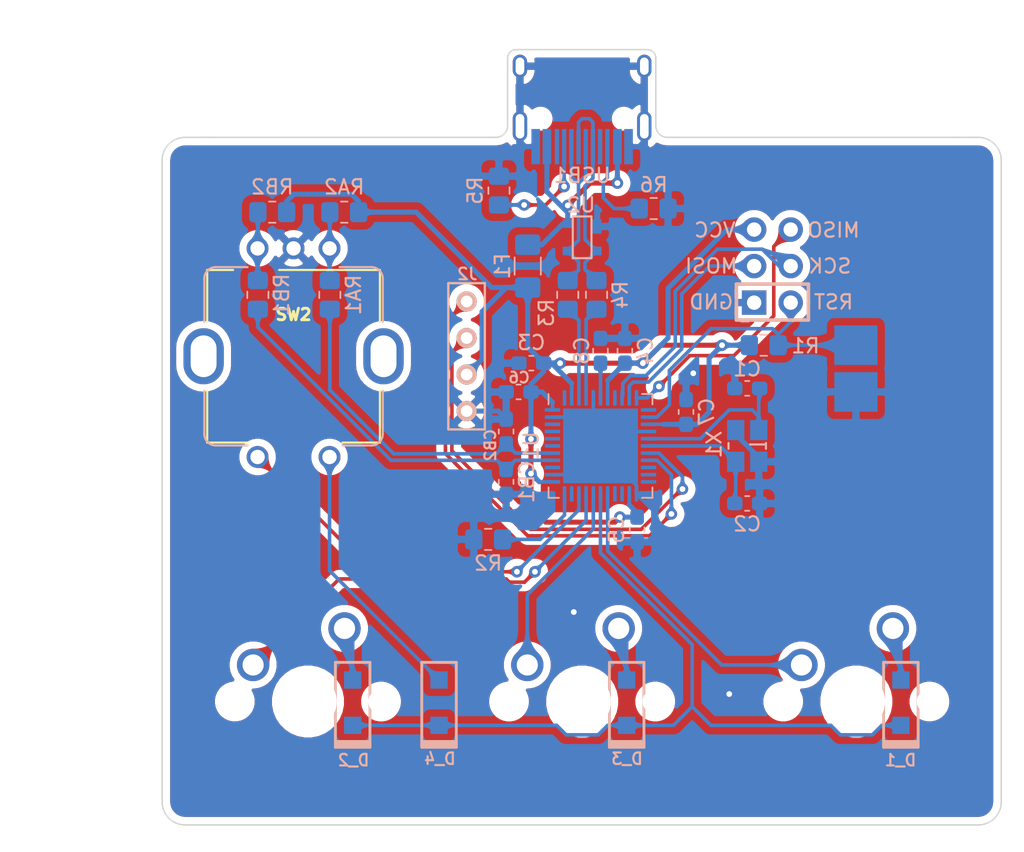
<source format=kicad_pcb>
(kicad_pcb (version 20171130) (host pcbnew "(5.1.9-1-g591a07d2d9)-1")
  (layers (0 F.Cu signal) (31 B.Cu signal) (34 B.Paste user) (35 F.Paste user) (36 B.SilkS user) (37 F.SilkS user) (38 B.Mask user) (39 F.Mask user) (44 Edge.Cuts user))
  (net 0 "")
  (net 1 "Net-(C1-Pad1)")
  (net 2 GND)
  (net 3 "Net-(C2-Pad1)")
  (net 4 +5V)
  (net 5 "Net-(C8-Pad1)")
  (net 6 EncOutB)
  (net 7 EncOutA)
  (net 8 "Net-(D_1-Pad2)")
  (net 9 row0)
  (net 10 "Net-(D_2-Pad2)")
  (net 11 "Net-(D_3-Pad2)")
  (net 12 VCC)
  (net 13 MISO)
  (net 14 SCK)
  (net 15 MOSI)
  (net 16 RST)
  (net 17 SCL)
  (net 18 SDA)
  (net 19 col0)
  (net 20 col1)
  (net 21 "Net-(R2-Pad2)")
  (net 22 D-)
  (net 23 "Net-(R3-Pad2)")
  (net 24 D+)
  (net 25 "Net-(R4-Pad2)")
  (net 26 "Net-(R5-Pad2)")
  (net 27 "Net-(R6-Pad2)")
  (net 28 EncA)
  (net 29 EncB)
  (net 30 col2)
  (net 31 "Net-(U1-Pad1)")
  (net 32 "Net-(U1-Pad8)")
  (net 33 "Net-(U1-Pad12)")
  (net 34 "Net-(U1-Pad20)")
  (net 35 "Net-(U1-Pad21)")
  (net 36 "Net-(U1-Pad22)")
  (net 37 "Net-(U1-Pad25)")
  (net 38 "Net-(U1-Pad26)")
  (net 39 "Net-(U1-Pad32)")
  (net 40 "Net-(U1-Pad36)")
  (net 41 "Net-(U1-Pad39)")
  (net 42 "Net-(U1-Pad40)")
  (net 43 "Net-(U1-Pad41)")
  (net 44 "Net-(U1-Pad42)")
  (net 45 "Net-(USB1-Pad9)")
  (net 46 "Net-(USB1-Pad3)")
  (net 47 "Net-(D_4-Pad2)")
  (net 48 col3)
  (module keyboard_parts:D_SOD123_hand (layer B.Cu) (at 113.375 120.6 90)
    (fp_text reference D_3 (at -3.9 0.025 180) (layer B.SilkS) (effects (font (size 0.8 0.8)) (justify mirror)))
    (fp_text value D hide)
    (pad 2 smd rect (at 1.575 0 90) (size 1.2 1.2) (layers B.Cu B.Paste B.Mask) (net 11 "Net-(D_3-Pad2)"))
    (pad 1 smd rect (at -1.575 0 90) (size 1.2 1.2) (layers B.Cu B.Paste B.Mask) (net 9 row0))
  )
  (module Capacitor_SMD:C_0603_1608Metric_Pad1.08x0.95mm_HandSolder (layer B.Cu) (at 121.75 98.75 180)
    (fp_text reference C1 (at 0 1.35) (layer B.SilkS) (effects (justify mirror)))
    (fp_text value 22p)
    (pad 1 smd roundrect (at -0.8625 0 180) (size 1.075 0.95) (layers B.Cu B.Paste B.Mask) (net 1 "Net-(C1-Pad1)"))
    (pad 2 smd roundrect (at 0.8625 0 180) (size 1.075 0.95) (layers B.Cu B.Paste B.Mask) (net 2 GND))
  )
  (module Capacitor_SMD:C_0603_1608Metric_Pad1.08x0.95mm_HandSolder (layer B.Cu) (at 121.75 106.75)
    (fp_text reference C2 (at 0 1.43) (layer B.SilkS) (effects (justify mirror)))
    (fp_text value 22p)
    (pad 2 smd roundrect (at 0.8625 0) (size 1.075 0.95) (layers B.Cu B.Paste B.Mask) (net 2 GND))
    (pad 1 smd roundrect (at -0.8625 0) (size 1.075 0.95) (layers B.Cu B.Paste B.Mask) (net 3 "Net-(C2-Pad1)"))
  )
  (module Capacitor_SMD:C_0603_1608Metric_Pad1.08x0.95mm_HandSolder (layer B.Cu) (at 106.75 97 180)
    (fp_text reference C3 (at 0 1.43) (layer B.SilkS) (effects (justify mirror)))
    (fp_text value 0.1u)
    (pad 2 smd roundrect (at 0.8625 0 180) (size 1.075 0.95) (layers B.Cu B.Paste B.Mask) (net 2 GND))
    (pad 1 smd roundrect (at -0.8625 0 180) (size 1.075 0.95) (layers B.Cu B.Paste B.Mask) (net 4 +5V))
  )
  (module Capacitor_SMD:C_0603_1608Metric_Pad1.08x0.95mm_HandSolder (layer B.Cu) (at 113.25 96.1375 90)
    (fp_text reference C4 (at 0 1.43 90) (layer B.SilkS) (effects (justify mirror)))
    (fp_text value 10u)
    (pad 2 smd roundrect (at 0.8625 0 90) (size 1.075 0.95) (layers B.Cu B.Paste B.Mask) (net 2 GND))
    (pad 1 smd roundrect (at -0.8625 0 90) (size 1.075 0.95) (layers B.Cu B.Paste B.Mask) (net 4 +5V))
  )
  (module Capacitor_SMD:C_0603_1608Metric_Pad1.08x0.95mm_HandSolder (layer B.Cu) (at 114.1 108.5625 270)
    (fp_text reference C5 (at 0 1.43 90) (layer B.SilkS) (effects (justify mirror)))
    (fp_text value 0.1u)
    (pad 1 smd roundrect (at -0.8625 0 270) (size 1.075 0.95) (layers B.Cu B.Paste B.Mask) (net 4 +5V))
    (pad 2 smd roundrect (at 0.8625 0 270) (size 1.075 0.95) (layers B.Cu B.Paste B.Mask) (net 2 GND))
  )
  (module Capacitor_SMD:C_0603_1608Metric_Pad1.08x0.95mm_HandSolder (layer B.Cu) (at 105.8625 99 180)
    (fp_text reference C6 (at -0.0375 1) (layer B.SilkS) (effects (font (size 0.75 0.75)) (justify mirror)))
    (fp_text value 0.1u)
    (pad 1 smd roundrect (at -0.8625 0 180) (size 1.075 0.95) (layers B.Cu B.Paste B.Mask) (net 4 +5V))
    (pad 2 smd roundrect (at 0.8625 0 180) (size 1.075 0.95) (layers B.Cu B.Paste B.Mask) (net 2 GND))
  )
  (module Capacitor_SMD:C_0603_1608Metric_Pad1.08x0.95mm_HandSolder (layer B.Cu) (at 117.5 100.3875 90)
    (fp_text reference C7 (at 0 1.43 90) (layer B.SilkS) (effects (justify mirror)))
    (fp_text value 0.1u)
    (pad 1 smd roundrect (at -0.8625 0 90) (size 1.075 0.95) (layers B.Cu B.Paste B.Mask) (net 4 +5V))
    (pad 2 smd roundrect (at 0.8625 0 90) (size 1.075 0.95) (layers B.Cu B.Paste B.Mask) (net 2 GND))
  )
  (module Capacitor_SMD:C_0603_1608Metric_Pad1.08x0.95mm_HandSolder (layer B.Cu) (at 111.555 96.1375 90)
    (fp_text reference C8 (at 0 -1.305 90) (layer B.SilkS) (effects (justify mirror)))
    (fp_text value 1u)
    (pad 2 smd roundrect (at 0.8625 0 90) (size 1.075 0.95) (layers B.Cu B.Paste B.Mask) (net 2 GND))
    (pad 1 smd roundrect (at -0.8625 0 90) (size 1.075 0.95) (layers B.Cu B.Paste B.Mask) (net 5 "Net-(C8-Pad1)"))
  )
  (module Capacitor_SMD:C_0603_1608Metric_Pad1.08x0.95mm_HandSolder (layer B.Cu) (at 105 105.25 90)
    (fp_text reference CB1 (at 0 1.43 90) (layer B.SilkS) (effects (justify mirror)))
    (fp_text value 10n)
    (pad 1 smd roundrect (at -0.8625 0 90) (size 1.075 0.95) (layers B.Cu B.Paste B.Mask) (net 2 GND))
    (pad 2 smd roundrect (at 0.8625 0 90) (size 1.075 0.95) (layers B.Cu B.Paste B.Mask) (net 6 EncOutB))
  )
  (module Capacitor_SMD:C_0603_1608Metric_Pad1.08x0.95mm_HandSolder (layer B.Cu) (at 105 101.75 270)
    (fp_text reference CB2 (at 0.95 1.1 270) (layer B.SilkS) (effects (font (size 0.75 0.75)) (justify mirror)))
    (fp_text value 10n)
    (pad 2 smd roundrect (at 0.8625 0 270) (size 1.075 0.95) (layers B.Cu B.Paste B.Mask) (net 7 EncOutA))
    (pad 1 smd roundrect (at -0.8625 0 270) (size 1.075 0.95) (layers B.Cu B.Paste B.Mask) (net 2 GND))
  )
  (module keyboard_parts:D_SOD123_hand (layer B.Cu) (at 94.3375 120.6 90)
    (fp_text reference D_2 (at -4 0.0625 180) (layer B.SilkS) (effects (font (size 0.8 0.8)) (justify mirror)))
    (fp_text value D hide)
    (pad 2 smd rect (at 1.575 0 90) (size 1.2 1.2) (layers B.Cu B.Paste B.Mask) (net 10 "Net-(D_2-Pad2)"))
    (pad 1 smd rect (at -1.575 0 90) (size 1.2 1.2) (layers B.Cu B.Paste B.Mask) (net 9 row0))
  )
  (module keyboard_parts:D_SOD123_hand (layer B.Cu) (at 100.3375 120.6 90)
    (fp_text reference D_4 (at -3.9 0.0625 180) (layer B.SilkS) (effects (font (size 0.8 0.8)) (justify mirror)))
    (fp_text value D hide)
    (pad 2 smd rect (at 1.575 0 90) (size 1.2 1.2) (layers B.Cu B.Paste B.Mask) (net 47 "Net-(D_4-Pad2)"))
    (pad 1 smd rect (at -1.575 0 90) (size 1.2 1.2) (layers B.Cu B.Paste B.Mask) (net 9 row0))
  )
  (module Fuse:Fuse_1206_3216Metric_Pad1.42x1.75mm_HandSolder (layer B.Cu) (at 106.5 90.25 90)
    (fp_text reference F1 (at 0 -1.75 90) (layer B.SilkS) (effects (justify mirror)))
    (fp_text value 500mA)
    (pad 1 smd roundrect (at -1.4875 0 90) (size 1.425 1.75) (layers B.Cu B.Paste B.Mask) (roundrect_rratio 0.1754385964912281) (net 4 +5V))
    (pad 2 smd roundrect (at 1.4875 0 90) (size 1.425 1.75) (layers B.Cu B.Paste B.Mask) (roundrect_rratio 0.1754385964912281) (net 12 VCC))
  )
  (module random-keyboard-parts:Reset_Pretty (layer B.Cu) (at 123.5 90.25 180)
    (fp_text reference J1)
    (fp_text value AVR-ISP-6)
    (fp_text user GND (at 4.25 -2.5) (layer B.SilkS) (effects (justify mirror)))
    (fp_text user RST (at -4.25 -2.5) (layer B.SilkS) (effects (justify mirror)))
    (fp_text user MOSI (at 4.25 0) (layer B.SilkS) (effects (justify mirror)))
    (fp_text user SCK (at -4 0) (layer B.SilkS) (effects (justify mirror)))
    (fp_text user VCC (at 4 2.5) (layer B.SilkS) (effects (justify mirror)))
    (fp_text user MISO (at -4.25 2.5) (layer B.SilkS) (effects (justify mirror)))
    (pad 1 thru_hole circle (at -1.27 2.54 180) (size 1.7 1.7) (drill 1) (layers *.Cu *.Mask) (net 13 MISO))
    (pad 2 thru_hole circle (at 1.27 2.54 180) (size 1.7 1.7) (drill 1) (layers *.Cu *.Mask) (net 4 +5V))
    (pad 3 thru_hole circle (at -1.27 0 180) (size 1.7 1.7) (drill 1) (layers *.Cu *.Mask) (net 14 SCK))
    (pad 4 thru_hole circle (at 1.27 0 180) (size 1.7 1.7) (drill 1) (layers *.Cu *.Mask) (net 15 MOSI))
    (pad 5 thru_hole circle (at -1.27 -2.54 180) (size 1.7 1.7) (drill 1) (layers *.Cu *.Mask) (net 16 RST))
    (pad 6 thru_hole rect (at 1.27 -2.54 180) (size 1.7 1.7) (drill 1) (layers *.Cu *.Mask) (net 2 GND))
  )
  (module kicad_lib_tmk:OLED_4Pin (layer B.Cu) (at 102.255 100.3295 90)
    (fp_text reference J2 (at 9.5295 0.045 -180) (layer B.SilkS) (effects (font (size 0.8128 0.8128)) (justify mirror)))
    (fp_text value OLED-oled hide)
    (pad 4 thru_hole circle (at 7.62 0 90) (size 1.397 1.397) (drill 0.8128) (layers *.Cu *.Mask B.SilkS) (net 18 SDA))
    (pad 3 thru_hole circle (at 5.08 0 90) (size 1.397 1.397) (drill 0.8128) (layers *.Cu *.Mask B.SilkS) (net 17 SCL))
    (pad 2 thru_hole circle (at 2.54 0 90) (size 1.397 1.397) (drill 0.8128) (layers *.Cu *.Mask B.SilkS) (net 4 +5V))
    (pad 1 thru_hole circle (at 0 0 90) (size 1.397 1.397) (drill 0.8128) (layers *.Cu *.Mask B.SilkS) (net 2 GND))
  )
  (module MX_Only:MXOnly-1U-NoLED (layer F.Cu) (at 91.23 120.52)
    (fp_text reference K_2)
    (fp_text value KEYSW)
    (pad "" np_thru_hole circle (at 5.08 0 48.0996) (size 1.75 1.75) (drill 1.75) (layers *.Cu *.Mask))
    (pad "" np_thru_hole circle (at -5.08 0 48.0996) (size 1.75 1.75) (drill 1.75) (layers *.Cu *.Mask))
    (pad 1 thru_hole circle (at -3.81 -2.54) (size 2.25 2.25) (drill 1.47) (layers *.Cu B.Mask) (net 20 col1))
    (pad "" np_thru_hole circle (at 0 0) (size 3.9878 3.9878) (drill 3.9878) (layers *.Cu *.Mask))
    (pad 2 thru_hole circle (at 2.54 -5.08) (size 2.25 2.25) (drill 1.47) (layers *.Cu B.Mask) (net 10 "Net-(D_2-Pad2)"))
  )
  (module MX_Only:MXOnly-1U-NoLED (layer F.Cu) (at 110.28 120.52)
    (fp_text reference K_3)
    (fp_text value KEYSW)
    (pad 2 thru_hole circle (at 2.54 -5.08) (size 2.25 2.25) (drill 1.47) (layers *.Cu B.Mask) (net 11 "Net-(D_3-Pad2)"))
    (pad "" np_thru_hole circle (at 0 0) (size 3.9878 3.9878) (drill 3.9878) (layers *.Cu *.Mask))
    (pad 1 thru_hole circle (at -3.81 -2.54) (size 2.25 2.25) (drill 1.47) (layers *.Cu B.Mask) (net 30 col2))
    (pad "" np_thru_hole circle (at -5.08 0 48.0996) (size 1.75 1.75) (drill 1.75) (layers *.Cu *.Mask))
    (pad "" np_thru_hole circle (at 5.08 0 48.0996) (size 1.75 1.75) (drill 1.75) (layers *.Cu *.Mask))
  )
  (module Resistor_SMD:R_0805_2012Metric_Pad1.20x1.40mm_HandSolder (layer B.Cu) (at 122.9 95.75 180)
    (fp_text reference R1 (at -2.9 -0.05) (layer B.SilkS) (effects (justify mirror)))
    (fp_text value 10k)
    (pad 1 smd roundrect (at -1 0 180) (size 1.2 1.4) (layers B.Cu B.Paste B.Mask) (roundrect_rratio 0.2083325) (net 16 RST))
    (pad 2 smd roundrect (at 1 0 180) (size 1.2 1.4) (layers B.Cu B.Paste B.Mask) (roundrect_rratio 0.2083325) (net 4 +5V))
  )
  (module Resistor_SMD:R_0805_2012Metric_Pad1.20x1.40mm_HandSolder (layer B.Cu) (at 103.75 109.25)
    (fp_text reference R2 (at 0 1.65) (layer B.SilkS) (effects (justify mirror)))
    (fp_text value 10k)
    (pad 2 smd roundrect (at 1 0) (size 1.2 1.4) (layers B.Cu B.Paste B.Mask) (roundrect_rratio 0.2083325) (net 21 "Net-(R2-Pad2)"))
    (pad 1 smd roundrect (at -1 0) (size 1.2 1.4) (layers B.Cu B.Paste B.Mask) (roundrect_rratio 0.2083325) (net 2 GND))
  )
  (module Resistor_SMD:R_0805_2012Metric_Pad1.20x1.40mm_HandSolder (layer B.Cu) (at 109.28 92.25 90)
    (fp_text reference R3 (at -1.25 -1.48 90) (layer B.SilkS) (effects (justify mirror)))
    (fp_text value 22)
    (pad 1 smd roundrect (at -1 0 90) (size 1.2 1.4) (layers B.Cu B.Paste B.Mask) (roundrect_rratio 0.2083325) (net 22 D-))
    (pad 2 smd roundrect (at 1 0 90) (size 1.2 1.4) (layers B.Cu B.Paste B.Mask) (roundrect_rratio 0.2083325) (net 23 "Net-(R3-Pad2)"))
  )
  (module Resistor_SMD:R_0805_2012Metric_Pad1.20x1.40mm_HandSolder (layer B.Cu) (at 111.28 92.25 90)
    (fp_text reference R4 (at 0 1.65 90) (layer B.SilkS) (effects (justify mirror)))
    (fp_text value 22)
    (pad 1 smd roundrect (at -1 0 90) (size 1.2 1.4) (layers B.Cu B.Paste B.Mask) (roundrect_rratio 0.2083325) (net 24 D+))
    (pad 2 smd roundrect (at 1 0 90) (size 1.2 1.4) (layers B.Cu B.Paste B.Mask) (roundrect_rratio 0.2083325) (net 25 "Net-(R4-Pad2)"))
  )
  (module Resistor_SMD:R_0805_2012Metric_Pad1.20x1.40mm_HandSolder (layer B.Cu) (at 104.5 85 270)
    (fp_text reference R5 (at 0 1.65 90) (layer B.SilkS) (effects (justify mirror)))
    (fp_text value 5.1k)
    (pad 1 smd roundrect (at -1 0 270) (size 1.2 1.4) (layers B.Cu B.Paste B.Mask) (roundrect_rratio 0.2083325) (net 2 GND))
    (pad 2 smd roundrect (at 1 0 270) (size 1.2 1.4) (layers B.Cu B.Paste B.Mask) (roundrect_rratio 0.2083325) (net 26 "Net-(R5-Pad2)"))
  )
  (module Resistor_SMD:R_0805_2012Metric_Pad1.20x1.40mm_HandSolder (layer B.Cu) (at 115.25 86.25 180)
    (fp_text reference R6 (at 0 1.65) (layer B.SilkS) (effects (justify mirror)))
    (fp_text value 5.1k)
    (pad 2 smd roundrect (at 1 0 180) (size 1.2 1.4) (layers B.Cu B.Paste B.Mask) (roundrect_rratio 0.2083325) (net 27 "Net-(R6-Pad2)"))
    (pad 1 smd roundrect (at -1 0 180) (size 1.2 1.4) (layers B.Cu B.Paste B.Mask) (roundrect_rratio 0.2083325) (net 2 GND))
  )
  (module Resistor_SMD:R_0805_2012Metric_Pad1.20x1.40mm_HandSolder (layer B.Cu) (at 92.75 92.25 90)
    (fp_text reference RA1 (at 0 1.65 90) (layer B.SilkS) (effects (justify mirror)))
    (fp_text value 10k)
    (pad 2 smd roundrect (at 1 0 90) (size 1.2 1.4) (layers B.Cu B.Paste B.Mask) (roundrect_rratio 0.2083325) (net 28 EncA))
    (pad 1 smd roundrect (at -1 0 90) (size 1.2 1.4) (layers B.Cu B.Paste B.Mask) (roundrect_rratio 0.2083325) (net 7 EncOutA))
  )
  (module Resistor_SMD:R_0805_2012Metric_Pad1.20x1.40mm_HandSolder (layer B.Cu) (at 93.75 86.5)
    (fp_text reference RA2 (at 0 -1.75) (layer B.SilkS) (effects (justify mirror)))
    (fp_text value 10k)
    (pad 2 smd roundrect (at 1 0) (size 1.2 1.4) (layers B.Cu B.Paste B.Mask) (roundrect_rratio 0.2083325) (net 4 +5V))
    (pad 1 smd roundrect (at -1 0) (size 1.2 1.4) (layers B.Cu B.Paste B.Mask) (roundrect_rratio 0.2083325) (net 28 EncA))
  )
  (module Resistor_SMD:R_0805_2012Metric_Pad1.20x1.40mm_HandSolder (layer B.Cu) (at 87.75 92.25 90)
    (fp_text reference RB1 (at 0 1.65 90) (layer B.SilkS) (effects (justify mirror)))
    (fp_text value 10k)
    (pad 1 smd roundrect (at -1 0 90) (size 1.2 1.4) (layers B.Cu B.Paste B.Mask) (roundrect_rratio 0.2083325) (net 6 EncOutB))
    (pad 2 smd roundrect (at 1 0 90) (size 1.2 1.4) (layers B.Cu B.Paste B.Mask) (roundrect_rratio 0.2083325) (net 29 EncB))
  )
  (module Resistor_SMD:R_0805_2012Metric_Pad1.20x1.40mm_HandSolder (layer B.Cu) (at 88.75 86.5)
    (fp_text reference RB2 (at 0 -1.75) (layer B.SilkS) (effects (justify mirror)))
    (fp_text value 10k)
    (pad 2 smd roundrect (at 1 0) (size 1.2 1.4) (layers B.Cu B.Paste B.Mask) (roundrect_rratio 0.2083325) (net 4 +5V))
    (pad 1 smd roundrect (at -1 0) (size 1.2 1.4) (layers B.Cu B.Paste B.Mask) (roundrect_rratio 0.2083325) (net 29 EncB))
  )
  (module random-keyboard-parts:Jumper-UserFriendly (layer B.Cu) (at 129.3 97.5)
    (fp_text reference SW1)
    (fp_text value SW_PUSH)
    (pad 1 smd rect (at 0 1.4986) (size 3 2.75) (layers B.Cu B.Mask) (net 2 GND))
    (pad 2 smd rect (at 0 -1.75) (size 3 2.75) (layers B.Cu B.Mask) (net 16 RST))
  )
  (module kicad_lib_tmk:ALPS_EC11E (layer F.Cu) (at 90.23 96.5195 180)
    (fp_text reference SW2 (at 0.00176 2.90048 180) (layer F.SilkS) (effects (font (size 0.8 0.8) (thickness 0.2))))
    (fp_text value Rotary_Encoder_Switch)
    (pad B thru_hole circle (at 2.5 7.5 180) (size 1.524 1.524) (drill 1) (layers *.Cu *.Mask) (net 29 EncB))
    (pad A thru_hole circle (at -2.5 7.5 180) (size 1.524 1.524) (drill 1) (layers *.Cu *.Mask) (net 28 EncA))
    (pad C thru_hole circle (at 0 7.5 180) (size 1.524 1.524) (drill 1) (layers *.Cu *.Mask) (net 2 GND))
    (pad S1 thru_hole circle (at -2.5 -7 180) (size 1.524 1.524) (drill 1) (layers *.Cu *.Mask) (net 47 "Net-(D_4-Pad2)"))
    (pad S2 thru_hole circle (at 2.5 -7 180) (size 1.524 1.524) (drill 1) (layers *.Cu *.Mask) (net 48 col3))
    (pad "" thru_hole oval (at -6.25 0 180) (size 2.8 3.9) (drill oval 1.8 2.9) (layers *.Cu *.Mask))
    (pad "" thru_hole oval (at 6.25 0 180) (size 2.8 3.9) (drill oval 1.8 2.9) (layers *.Cu *.Mask))
  )
  (module Package_DFN_QFN:QFN-44-1EP_7x7mm_P0.5mm_EP5.2x5.2mm (layer B.Cu) (at 111.555 102.75 270)
    (fp_text reference U1 (at 0 4.82 90) (layer B.SilkS) (effects (justify mirror)))
    (fp_text value ATmega32U4-MU)
    (pad 1 smd roundrect (at -3.3375 2.5 270) (size 1.075 0.25) (layers B.Cu B.Paste B.Mask) (net 31 "Net-(U1-Pad1)"))
    (pad 2 smd roundrect (at -3.3375 2 270) (size 1.075 0.25) (layers B.Cu B.Paste B.Mask) (net 4 +5V))
    (pad 3 smd roundrect (at -3.3375 1.5 270) (size 1.075 0.25) (layers B.Cu B.Paste B.Mask) (net 22 D-))
    (pad 4 smd roundrect (at -3.3375 1 270) (size 1.075 0.25) (layers B.Cu B.Paste B.Mask) (net 24 D+))
    (pad 5 smd roundrect (at -3.3375 0.5 270) (size 1.075 0.25) (layers B.Cu B.Paste B.Mask) (net 2 GND))
    (pad 6 smd roundrect (at -3.3375 0 270) (size 1.075 0.25) (layers B.Cu B.Paste B.Mask) (net 5 "Net-(C8-Pad1)"))
    (pad 7 smd roundrect (at -3.3375 -0.5 270) (size 1.075 0.25) (layers B.Cu B.Paste B.Mask) (net 4 +5V))
    (pad 8 smd roundrect (at -3.3375 -1 270) (size 1.075 0.25) (layers B.Cu B.Paste B.Mask) (net 32 "Net-(U1-Pad8)"))
    (pad 9 smd roundrect (at -3.3375 -1.5 270) (size 1.075 0.25) (layers B.Cu B.Paste B.Mask) (net 14 SCK))
    (pad 10 smd roundrect (at -3.3375 -2 270) (size 1.075 0.25) (layers B.Cu B.Paste B.Mask) (net 15 MOSI))
    (pad 11 smd roundrect (at -3.3375 -2.5 270) (size 1.075 0.25) (layers B.Cu B.Paste B.Mask) (net 13 MISO))
    (pad 12 smd roundrect (at -2.5 -3.3375 270) (size 0.25 1.075) (layers B.Cu B.Paste B.Mask) (net 33 "Net-(U1-Pad12)"))
    (pad 13 smd roundrect (at -2 -3.3375 270) (size 0.25 1.075) (layers B.Cu B.Paste B.Mask) (net 16 RST))
    (pad 14 smd roundrect (at -1.5 -3.3375 270) (size 0.25 1.075) (layers B.Cu B.Paste B.Mask) (net 4 +5V))
    (pad 15 smd roundrect (at -1 -3.3375 270) (size 0.25 1.075) (layers B.Cu B.Paste B.Mask) (net 2 GND))
    (pad 16 smd roundrect (at -0.5 -3.3375 270) (size 0.25 1.075) (layers B.Cu B.Paste B.Mask) (net 1 "Net-(C1-Pad1)"))
    (pad 17 smd roundrect (at 0 -3.3375 270) (size 0.25 1.075) (layers B.Cu B.Paste B.Mask) (net 3 "Net-(C2-Pad1)"))
    (pad 18 smd roundrect (at 0.5 -3.3375 270) (size 0.25 1.075) (layers B.Cu B.Paste B.Mask) (net 17 SCL))
    (pad 19 smd roundrect (at 1 -3.3375 270) (size 0.25 1.075) (layers B.Cu B.Paste B.Mask) (net 18 SDA))
    (pad 20 smd roundrect (at 1.5 -3.3375 270) (size 0.25 1.075) (layers B.Cu B.Paste B.Mask) (net 34 "Net-(U1-Pad20)"))
    (pad 21 smd roundrect (at 2 -3.3375 270) (size 0.25 1.075) (layers B.Cu B.Paste B.Mask) (net 35 "Net-(U1-Pad21)"))
    (pad 22 smd roundrect (at 2.5 -3.3375 270) (size 0.25 1.075) (layers B.Cu B.Paste B.Mask) (net 36 "Net-(U1-Pad22)"))
    (pad 23 smd roundrect (at 3.3375 -2.5 270) (size 1.075 0.25) (layers B.Cu B.Paste B.Mask) (net 2 GND))
    (pad 24 smd roundrect (at 3.3375 -2 270) (size 1.075 0.25) (layers B.Cu B.Paste B.Mask) (net 4 +5V))
    (pad 25 smd roundrect (at 3.3375 -1.5 270) (size 1.075 0.25) (layers B.Cu B.Paste B.Mask) (net 37 "Net-(U1-Pad25)"))
    (pad 26 smd roundrect (at 3.3375 -1 270) (size 1.075 0.25) (layers B.Cu B.Paste B.Mask) (net 38 "Net-(U1-Pad26)"))
    (pad 27 smd roundrect (at 3.3375 -0.5 270) (size 1.075 0.25) (layers B.Cu B.Paste B.Mask) (net 19 col0))
    (pad 28 smd roundrect (at 3.3375 0 270) (size 1.075 0.25) (layers B.Cu B.Paste B.Mask) (net 9 row0))
    (pad 29 smd roundrect (at 3.3375 0.5 270) (size 1.075 0.25) (layers B.Cu B.Paste B.Mask) (net 30 col2))
    (pad 30 smd roundrect (at 3.3375 1 270) (size 1.075 0.25) (layers B.Cu B.Paste B.Mask) (net 20 col1))
    (pad 31 smd roundrect (at 3.3375 1.5 270) (size 1.075 0.25) (layers B.Cu B.Paste B.Mask) (net 48 col3))
    (pad 32 smd roundrect (at 3.3375 2 270) (size 1.075 0.25) (layers B.Cu B.Paste B.Mask) (net 39 "Net-(U1-Pad32)"))
    (pad 33 smd roundrect (at 3.3375 2.5 270) (size 1.075 0.25) (layers B.Cu B.Paste B.Mask) (net 21 "Net-(R2-Pad2)"))
    (pad 34 smd roundrect (at 2.5 3.3375 270) (size 0.25 1.075) (layers B.Cu B.Paste B.Mask) (net 4 +5V))
    (pad 35 smd roundrect (at 2 3.3375 270) (size 0.25 1.075) (layers B.Cu B.Paste B.Mask) (net 2 GND))
    (pad 36 smd roundrect (at 1.5 3.3375 270) (size 0.25 1.075) (layers B.Cu B.Paste B.Mask) (net 40 "Net-(U1-Pad36)"))
    (pad 37 smd roundrect (at 1 3.3375 270) (size 0.25 1.075) (layers B.Cu B.Paste B.Mask) (net 6 EncOutB))
    (pad 38 smd roundrect (at 0.5 3.3375 270) (size 0.25 1.075) (layers B.Cu B.Paste B.Mask) (net 7 EncOutA))
    (pad 39 smd roundrect (at 0 3.3375 270) (size 0.25 1.075) (layers B.Cu B.Paste B.Mask) (net 41 "Net-(U1-Pad39)"))
    (pad 40 smd roundrect (at -0.5 3.3375 270) (size 0.25 1.075) (layers B.Cu B.Paste B.Mask) (net 42 "Net-(U1-Pad40)"))
    (pad 41 smd roundrect (at -1 3.3375 270) (size 0.25 1.075) (layers B.Cu B.Paste B.Mask) (net 43 "Net-(U1-Pad41)"))
    (pad 42 smd roundrect (at -1.5 3.3375 270) (size 0.25 1.075) (layers B.Cu B.Paste B.Mask) (net 44 "Net-(U1-Pad42)"))
    (pad 43 smd roundrect (at -2 3.3375 270) (size 0.25 1.075) (layers B.Cu B.Paste B.Mask) (net 2 GND))
    (pad 44 smd roundrect (at -2.5 3.3375 270) (size 0.25 1.075) (layers B.Cu B.Paste B.Mask) (net 4 +5V))
    (pad 45 smd rect (at 0 0 270) (size 5.2 5.2) (layers B.Cu B.Mask) (net 2 GND))
  )
  (module random-keyboard-parts:SOT143B (layer B.Cu) (at 110.28 88.25 180)
    (fp_text reference U2 (at 0.08 2.25) (layer B.SilkS) (effects (justify mirror)))
    (fp_text value PRTR5V0U2X)
    (pad 3 smd rect (at 1 -0.95 270) (size 0.6 0.7) (layers B.Cu B.Paste B.Mask) (net 23 "Net-(R3-Pad2)"))
    (pad 2 smd rect (at -1 -0.95 270) (size 0.6 0.7) (layers B.Cu B.Paste B.Mask) (net 25 "Net-(R4-Pad2)"))
    (pad 4 smd rect (at 1 0.95 270) (size 0.6 0.7) (layers B.Cu B.Paste B.Mask) (net 12 VCC))
    (pad 1 smd rect (at -1 0.75 270) (size 1 0.7) (layers B.Cu B.Paste B.Mask) (net 2 GND))
  )
  (module Type-C:HRO-TYPE-C-31-M-12-HandSoldering (layer B.Cu) (at 110.28 73.75)
    (fp_text reference USB1 (at 0 10.2) (layer B.SilkS) (effects (justify mirror)))
    (fp_text value HRO-TYPE-C-31-M-12)
    (pad 13 thru_hole oval (at 4.32 2.6) (size 1 1.6) (drill oval 0.6 1.2) (layers *.Cu F.Mask) (net 2 GND))
    (pad 13 thru_hole oval (at -4.32 2.6) (size 1 1.6) (drill oval 0.6 1.2) (layers *.Cu F.Mask) (net 2 GND))
    (pad 13 thru_hole oval (at 4.32 6.78) (size 1 2.1) (drill oval 0.6 1.7) (layers *.Cu F.Mask) (net 2 GND))
    (pad 13 thru_hole oval (at -4.32 6.78) (size 1 2.1) (drill oval 0.6 1.7) (layers *.Cu F.Mask) (net 2 GND))
    (pad "" np_thru_hole circle (at -2.89 6.25) (size 0.65 0.65) (drill 0.65) (layers *.Cu *.Mask))
    (pad "" np_thru_hole circle (at 2.89 6.25) (size 0.65 0.65) (drill 0.65) (layers *.Cu *.Mask))
    (pad 6 smd rect (at -0.25 8.195) (size 0.3 2.45) (layers B.Cu B.Paste B.Mask) (net 25 "Net-(R4-Pad2)"))
    (pad 7 smd rect (at 0.25 8.195) (size 0.3 2.45) (layers B.Cu B.Paste B.Mask) (net 23 "Net-(R3-Pad2)"))
    (pad 8 smd rect (at 0.75 8.195) (size 0.3 2.45) (layers B.Cu B.Paste B.Mask) (net 25 "Net-(R4-Pad2)"))
    (pad 5 smd rect (at -0.75 8.195) (size 0.3 2.45) (layers B.Cu B.Paste B.Mask) (net 23 "Net-(R3-Pad2)"))
    (pad 9 smd rect (at 1.25 8.195) (size 0.3 2.45) (layers B.Cu B.Paste B.Mask) (net 45 "Net-(USB1-Pad9)"))
    (pad 4 smd rect (at -1.25 8.195) (size 0.3 2.45) (layers B.Cu B.Paste B.Mask) (net 26 "Net-(R5-Pad2)"))
    (pad 10 smd rect (at 1.75 8.195) (size 0.3 2.45) (layers B.Cu B.Paste B.Mask) (net 27 "Net-(R6-Pad2)"))
    (pad 3 smd rect (at -1.75 8.195) (size 0.3 2.45) (layers B.Cu B.Paste B.Mask) (net 46 "Net-(USB1-Pad3)"))
    (pad 2 smd rect (at -2.45 8.195) (size 0.6 2.45) (layers B.Cu B.Paste B.Mask) (net 12 VCC))
    (pad 11 smd rect (at 2.45 8.195) (size 0.6 2.45) (layers B.Cu B.Paste B.Mask) (net 12 VCC))
    (pad 1 smd rect (at -3.225 8.195) (size 0.6 2.45) (layers B.Cu B.Paste B.Mask) (net 2 GND))
    (pad 12 smd rect (at 3.225 8.195) (size 0.6 2.45) (layers B.Cu B.Paste B.Mask) (net 2 GND))
  )
  (module Crystals:crystal_FA238-TSX3225 (layer B.Cu) (at 121.75 102.75 270)
    (fp_text reference X1 (at -0.1 2.3 90) (layer B.SilkS) (effects (justify mirror)))
    (fp_text value XTAL_GND hide)
    (pad 1 smd rect (at -1.1 -0.8 270) (size 1.4 1.2) (layers B.Cu B.Paste B.Mask) (net 1 "Net-(C1-Pad1)"))
    (pad 3 smd rect (at 1.1 -0.8 270) (size 1.4 1.2) (layers B.Cu B.Paste B.Mask) (net 2 GND))
    (pad 3 smd rect (at -1.1 0.8 270) (size 1.4 1.2) (layers B.Cu B.Paste B.Mask) (net 2 GND))
    (pad 2 smd rect (at 1.1 0.8 270) (size 1.4 1.2) (layers B.Cu B.Paste B.Mask) (net 3 "Net-(C2-Pad1)"))
  )
  (module keyboard_parts:D_SOD123_hand (layer B.Cu) (at 132.425 120.6 90)
    (fp_text reference D_1 (at -4 -0.025 180) (layer B.SilkS) (effects (font (size 0.8 0.8)) (justify mirror)))
    (fp_text value D hide)
    (pad 2 smd rect (at 1.575 0 90) (size 1.2 1.2) (layers B.Cu B.Paste B.Mask) (net 8 "Net-(D_1-Pad2)"))
    (pad 1 smd rect (at -1.575 0 90) (size 1.2 1.2) (layers B.Cu B.Paste B.Mask) (net 9 row0))
  )
  (module MX_Only:MXOnly-1U-NoLED (layer F.Cu) (at 129.33 120.52)
    (fp_text reference K_1)
    (fp_text value KEYSW)
    (pad "" np_thru_hole circle (at 5.08 0 48.0996) (size 1.75 1.75) (drill 1.75) (layers *.Cu *.Mask))
    (pad "" np_thru_hole circle (at -5.08 0 48.0996) (size 1.75 1.75) (drill 1.75) (layers *.Cu *.Mask))
    (pad 1 thru_hole circle (at -3.81 -2.54) (size 2.25 2.25) (drill 1.47) (layers *.Cu B.Mask) (net 19 col0))
    (pad "" np_thru_hole circle (at 0 0) (size 3.9878 3.9878) (drill 3.9878) (layers *.Cu *.Mask))
    (pad 2 thru_hole circle (at 2.54 -5.08) (size 2.25 2.25) (drill 1.47) (layers *.Cu B.Mask) (net 8 "Net-(D_1-Pad2)"))
  )
  (gr_line (start 82.7 81.3) (end 84.2 81.3) (layer Edge.Cuts) (width 0.1))
  (gr_line (start 84.2 129.1) (end 82.7 129.1) (layer Edge.Cuts) (width 0.1))
  (gr_line (start 136.3 81.3) (end 137.8 81.3) (layer Edge.Cuts) (width 0.1))
  (gr_line (start 136.3 129.1) (end 137.8 129.1) (layer Edge.Cuts) (width 0.1))
  (gr_line (start 114.8 75.2) (end 105.7 75.2) (layer Edge.Cuts) (width 0.1))
  (gr_arc (start 114.8 75.8) (end 115.4 75.8) (angle -90) (layer Edge.Cuts) (width 0.1))
  (gr_line (start 115.4 80.5) (end 115.4 75.8) (layer Edge.Cuts) (width 0.1))
  (gr_line (start 116.5 81.3) (end 116.2 81.3) (layer Edge.Cuts) (width 0.1))
  (gr_line (start 104.3 81.3) (end 104 81.3) (layer Edge.Cuts) (width 0.1))
  (gr_line (start 105.1 80.5) (end 105.1 75.8) (layer Edge.Cuts) (width 0.1))
  (gr_arc (start 105.7 75.8) (end 105.7 75.2) (angle -90) (layer Edge.Cuts) (width 0.1))
  (gr_line (start 81.1 82.9) (end 81.1 127.5) (layer Edge.Cuts) (width 0.1))
  (gr_line (start 104 81.3) (end 84.2 81.3) (layer Edge.Cuts) (width 0.1))
  (gr_line (start 136.3 129.1) (end 84.2 129.1) (layer Edge.Cuts) (width 0.1))
  (gr_line (start 139.4 82.9) (end 139.4 127.5) (layer Edge.Cuts) (width 0.1))
  (gr_line (start 116.5 81.3) (end 136.3 81.3) (layer Edge.Cuts) (width 0.1))
  (gr_arc (start 137.8 127.5) (end 137.8 129.1) (angle -90) (layer Edge.Cuts) (width 0.1))
  (gr_arc (start 82.7 127.5) (end 81.1 127.5) (angle -90) (layer Edge.Cuts) (width 0.1))
  (gr_arc (start 137.8 82.9) (end 139.4 82.9) (angle -90) (layer Edge.Cuts) (width 0.1))
  (gr_arc (start 82.7 82.9) (end 82.7 81.3) (angle -90) (layer Edge.Cuts) (width 0.1))
  (gr_arc (start 104.3 80.5) (end 104.3 81.3) (angle -90) (layer Edge.Cuts) (width 0.1))
  (gr_arc (start 116.2 80.5) (end 115.4 80.5) (angle -90) (layer Edge.Cuts) (width 0.1))
  (segment (start 122.55 100.7) (end 122.1 100.25) (width 0.25) (layer B.Cu) (net 1))
  (segment (start 122.1 100.25) (end 120.5 100.25) (width 0.25) (layer B.Cu) (net 1))
  (segment (start 120.5 100.25) (end 118.5 102.25) (width 0.25) (layer B.Cu) (net 1))
  (segment (start 122.55 101.65) (end 122.55 98.8125) (width 0.25) (layer B.Cu) (net 1))
  (segment (start 114.8925 102.25) (end 118.5 102.25) (width 0.25) (layer B.Cu) (net 1))
  (segment (start 120.55 98.8125) (end 120.6125 98.75) (width 0.25) (layer B.Cu) (net 2))
  (segment (start 113.505 81.945) (end 114.225 81.945) (width 0.35) (layer B.Cu) (net 2))
  (segment (start 114.6 81.57) (end 114.6 80.53) (width 0.35) (layer B.Cu) (net 2))
  (segment (start 114.225 81.945) (end 114.6 81.57) (width 0.35) (layer B.Cu) (net 2))
  (segment (start 107.055 81.945) (end 106.335 81.945) (width 0.35) (layer B.Cu) (net 2))
  (segment (start 105.96 81.57) (end 105.96 80.53) (width 0.35) (layer B.Cu) (net 2))
  (segment (start 106.335 81.945) (end 105.96 81.57) (width 0.35) (layer B.Cu) (net 2))
  (segment (start 113.505 81.945) (end 114.695 81.945) (width 0.35) (layer B.Cu) (net 2))
  (segment (start 116.25 83.5) (end 116.25 86.25) (width 0.35) (layer B.Cu) (net 2))
  (segment (start 114.695 81.945) (end 116.25 83.5) (width 0.35) (layer B.Cu) (net 2))
  (segment (start 107.055 81.945) (end 105.555 81.945) (width 0.35) (layer B.Cu) (net 2))
  (segment (start 104.5 83) (end 104.5 84) (width 0.35) (layer B.Cu) (net 2))
  (segment (start 105.555 81.945) (end 104.5 83) (width 0.35) (layer B.Cu) (net 2))
  (segment (start 122.55 103.55) (end 120.95 101.95) (width 0.35) (layer B.Cu) (net 2))
  (segment (start 104.442 100.3295) (end 105 100.8875) (width 0.35) (layer B.Cu) (net 2))
  (segment (start 102.255 100.3295) (end 104.442 100.3295) (width 0.35) (layer B.Cu) (net 2))
  (segment (start 109.555 104.75) (end 111.555 102.75) (width 0.35) (layer B.Cu) (net 2))
  (segment (start 108.2175 104.75) (end 109.555 104.75) (width 0.25) (layer B.Cu) (net 2))
  (segment (start 112.555 101.75) (end 111.555 102.75) (width 0.25) (layer B.Cu) (net 2))
  (segment (start 114.8925 101.75) (end 112.555 101.75) (width 0.25) (layer B.Cu) (net 2))
  (segment (start 111.555 102.001978) (end 111.555 102.75) (width 0.25) (layer B.Cu) (net 2))
  (segment (start 110.303022 100.75) (end 111.555 102.001978) (width 0.25) (layer B.Cu) (net 2))
  (segment (start 108.2175 100.75) (end 110.303022 100.75) (width 0.25) (layer B.Cu) (net 2))
  (segment (start 111.055 102.25) (end 111.555 102.75) (width 0.25) (layer B.Cu) (net 2))
  (segment (start 111.055 99.4125) (end 111.055 102.25) (width 0.25) (layer B.Cu) (net 2))
  (segment (start 105 99) (end 105 100.8875) (width 0.35) (layer B.Cu) (net 2))
  (via (at 118 97.7) (size 0.8) (drill 0.4) (layers F.Cu B.Cu) (net 2))
  (segment (start 117.5 98.2) (end 118 97.7) (width 0.25) (layer B.Cu) (net 2))
  (segment (start 117.5 99.525) (end 117.5 98.2) (width 0.25) (layer B.Cu) (net 2))
  (via (at 120.5 120) (size 0.8) (drill 0.4) (layers F.Cu B.Cu) (net 2))
  (via (at 109.7 114.3) (size 0.8) (drill 0.4) (layers F.Cu B.Cu) (net 2))
  (segment (start 114.055 106.0875) (end 115.2 107.2325) (width 0.25) (layer B.Cu) (net 2))
  (segment (start 115.2 107.2325) (end 115.2 109) (width 0.25) (layer B.Cu) (net 2))
  (segment (start 114.775 109.425) (end 114.1 109.425) (width 0.25) (layer B.Cu) (net 2))
  (segment (start 115.2 109) (end 114.775 109.425) (width 0.25) (layer B.Cu) (net 2))
  (segment (start 111.555 102.998022) (end 111.555 102.75) (width 0.25) (layer B.Cu) (net 2))
  (segment (start 114.055 105.498022) (end 111.555 102.998022) (width 0.25) (layer B.Cu) (net 2))
  (segment (start 114.055 106.0875) (end 114.055 105.498022) (width 0.25) (layer B.Cu) (net 2))
  (segment (start 114.02999 105.22499) (end 111.555 102.75) (width 0.25) (layer B.Cu) (net 2))
  (segment (start 114.02999 105.473012) (end 114.02999 105.22499) (width 0.25) (layer B.Cu) (net 2))
  (segment (start 114.055 105.498022) (end 114.02999 105.473012) (width 0.25) (layer B.Cu) (net 2))
  (segment (start 120.55 103.85) (end 120.55 103.55) (width 0.35) (layer B.Cu) (net 3))
  (segment (start 120.95 103.85) (end 119.85 102.75) (width 0.25) (layer B.Cu) (net 3))
  (segment (start 120.95 103.85) (end 120.95 106.6875) (width 0.25) (layer B.Cu) (net 3))
  (segment (start 114.8925 102.75) (end 119.85 102.75) (width 0.25) (layer B.Cu) (net 3))
  (segment (start 103.328501 96.715999) (end 103.328501 93.421499) (width 0.35) (layer B.Cu) (net 4))
  (segment (start 102.255 97.7895) (end 103.328501 96.715999) (width 0.35) (layer B.Cu) (net 4))
  (segment (start 105.0125 91.7375) (end 106.5 91.7375) (width 0.35) (layer B.Cu) (net 4))
  (segment (start 103.328501 93.421499) (end 105.0125 91.7375) (width 0.35) (layer B.Cu) (net 4))
  (segment (start 106.5 91.7375) (end 103.9875 91.7375) (width 0.35) (layer B.Cu) (net 4))
  (segment (start 103.9875 91.7375) (end 98.75 86.5) (width 0.35) (layer B.Cu) (net 4))
  (segment (start 89.75 86.5) (end 89.75 85.75) (width 0.35) (layer B.Cu) (net 4))
  (segment (start 89.75 85.75) (end 90.25 85.25) (width 0.35) (layer B.Cu) (net 4))
  (segment (start 90.25 85.25) (end 94.25 85.25) (width 0.35) (layer B.Cu) (net 4))
  (segment (start 94.75 85.75) (end 94.75 86.5) (width 0.35) (layer B.Cu) (net 4))
  (segment (start 94.25 85.25) (end 94.75 85.75) (width 0.35) (layer B.Cu) (net 4))
  (segment (start 106.5 95.8875) (end 107.6125 97) (width 0.35) (layer B.Cu) (net 4))
  (segment (start 106.5 91.7375) (end 106.5 95.8875) (width 0.35) (layer B.Cu) (net 4))
  (segment (start 109.555 98.405) (end 109.555 99.4125) (width 0.25) (layer B.Cu) (net 4))
  (segment (start 108.15 97) (end 109.555 98.405) (width 0.35) (layer B.Cu) (net 4))
  (segment (start 107.6125 97) (end 108.15 97) (width 0.35) (layer B.Cu) (net 4))
  (via (at 108.75 97) (size 0.8) (drill 0.4) (layers F.Cu B.Cu) (net 4))
  (segment (start 107.6125 97) (end 108.75 97) (width 0.35) (layer B.Cu) (net 4))
  (via (at 114.5 97) (size 0.8) (drill 0.4) (layers F.Cu B.Cu) (net 4))
  (segment (start 108.75 97) (end 114.5 97) (width 0.35) (layer F.Cu) (net 4))
  (segment (start 114.5 97) (end 113.25 97) (width 0.35) (layer B.Cu) (net 4))
  (segment (start 112.055 98.195) (end 113.25 97) (width 0.35) (layer B.Cu) (net 4))
  (segment (start 112.055 99.4125) (end 112.055 98.195) (width 0.25) (layer B.Cu) (net 4))
  (segment (start 108.2175 100.25) (end 108.2175 99.7175) (width 0.25) (layer B.Cu) (net 4))
  (segment (start 107.5 99) (end 106.725 99) (width 0.35) (layer B.Cu) (net 4))
  (segment (start 108.2175 99.7175) (end 107.5 99) (width 0.35) (layer B.Cu) (net 4))
  (segment (start 107.6125 97) (end 107.6125 97.5755) (width 0.35) (layer B.Cu) (net 4))
  (segment (start 106.725 98.463) (end 106.725 99) (width 0.35) (layer B.Cu) (net 4))
  (segment (start 107.6125 97.5755) (end 106.725 98.463) (width 0.35) (layer B.Cu) (net 4))
  (segment (start 114.5 97) (end 116.24999 95.25001) (width 0.35) (layer B.Cu) (net 4))
  (segment (start 120.33288 87.71) (end 122.23 87.71) (width 0.35) (layer B.Cu) (net 4))
  (segment (start 116.24999 91.79289) (end 120.33288 87.71) (width 0.35) (layer B.Cu) (net 4))
  (segment (start 116.24999 95.25001) (end 116.24999 91.79289) (width 0.35) (layer B.Cu) (net 4))
  (via (at 120 95.75) (size 0.8) (drill 0.4) (layers F.Cu B.Cu) (net 4))
  (segment (start 115.75 95.75) (end 114.5 97) (width 0.35) (layer F.Cu) (net 4))
  (segment (start 120 95.75) (end 115.75 95.75) (width 0.35) (layer F.Cu) (net 4))
  (via (at 106.725 102.275) (size 0.8) (drill 0.4) (layers F.Cu B.Cu) (net 4))
  (segment (start 106.725 104.675) (end 106.725 104.675) (width 0.35) (layer F.Cu) (net 4))
  (via (at 106.725 104.675) (size 0.8) (drill 0.4) (layers F.Cu B.Cu) (net 4))
  (segment (start 107.30001 105.25001) (end 108.2175 105.25001) (width 0.25) (layer B.Cu) (net 4))
  (segment (start 106.725 104.675) (end 107.30001 105.25001) (width 0.35) (layer B.Cu) (net 4))
  (segment (start 106.725 99) (end 106.725 102.275) (width 0.35) (layer B.Cu) (net 4))
  (segment (start 106.725 102.275) (end 106.725 104.675) (width 0.35) (layer F.Cu) (net 4))
  (segment (start 114.8925 101.25) (end 115.95 101.25) (width 0.25) (layer B.Cu) (net 4))
  (segment (start 115.95 101.25) (end 117.5 101.25) (width 0.35) (layer B.Cu) (net 4))
  (segment (start 120 95.75) (end 119.1 96.65) (width 0.35) (layer B.Cu) (net 4))
  (segment (start 119.1 96.65) (end 119.1 100.4) (width 0.35) (layer B.Cu) (net 4))
  (segment (start 118.25 101.25) (end 117.5 101.25) (width 0.35) (layer B.Cu) (net 4))
  (segment (start 119.1 100.4) (end 118.25 101.25) (width 0.35) (layer B.Cu) (net 4))
  (segment (start 120 95.75) (end 121.9 95.75) (width 0.35) (layer B.Cu) (net 4))
  (segment (start 94.75 86.5) (end 98.75 86.5) (width 0.35) (layer B.Cu) (net 4))
  (segment (start 106.725 107.025) (end 107.74998 108.04998) (width 0.35) (layer F.Cu) (net 4))
  (segment (start 106.725 104.675) (end 106.725 107.025) (width 0.35) (layer F.Cu) (net 4))
  (via (at 112.9 107.7) (size 0.8) (drill 0.4) (layers F.Cu B.Cu) (net 4))
  (segment (start 112.55002 108.04998) (end 112.9 107.7) (width 0.35) (layer F.Cu) (net 4))
  (segment (start 107.74998 108.04998) (end 112.55002 108.04998) (width 0.35) (layer F.Cu) (net 4))
  (segment (start 112.9 107.7) (end 114.1 107.7) (width 0.35) (layer B.Cu) (net 4))
  (segment (start 113.555 106.0875) (end 113.555 106.855) (width 0.25) (layer B.Cu) (net 4))
  (segment (start 114.1 107.4) (end 113.555 106.855) (width 0.35) (layer B.Cu) (net 4))
  (segment (start 114.1 107.7) (end 114.1 107.4) (width 0.35) (layer B.Cu) (net 4))
  (segment (start 111.555 99.4125) (end 111.555 97) (width 0.25) (layer B.Cu) (net 5))
  (segment (start 105.6375 103.75) (end 108.2175 103.75) (width 0.25) (layer B.Cu) (net 6))
  (segment (start 105 104.3875) (end 105.6375 103.75) (width 0.25) (layer B.Cu) (net 6))
  (segment (start 104.3625 103.75) (end 105 104.3875) (width 0.25) (layer B.Cu) (net 6))
  (segment (start 97 103.75) (end 104.3625 103.75) (width 0.25) (layer B.Cu) (net 6))
  (segment (start 87.75 94.5) (end 97 103.75) (width 0.25) (layer B.Cu) (net 6))
  (segment (start 87.75 93.25) (end 87.75 94.5) (width 0.25) (layer B.Cu) (net 6))
  (segment (start 105.6375 103.25) (end 105 102.6125) (width 0.25) (layer B.Cu) (net 7))
  (segment (start 108.2175 103.25) (end 105.6375 103.25) (width 0.25) (layer B.Cu) (net 7))
  (segment (start 104.31251 103.29999) (end 105 102.6125) (width 0.25) (layer B.Cu) (net 7))
  (segment (start 97.1864 103.29999) (end 104.31251 103.29999) (width 0.25) (layer B.Cu) (net 7))
  (segment (start 92.75 98.86359) (end 97.1864 103.29999) (width 0.25) (layer B.Cu) (net 7))
  (segment (start 92.75 93.25) (end 92.75 98.86359) (width 0.25) (layer B.Cu) (net 7))
  (segment (start 132.425 115.995) (end 131.87 115.44) (width 0.25) (layer B.Cu) (net 8))
  (segment (start 132.425 119.025) (end 132.425 115.995) (width 0.25) (layer B.Cu) (net 8))
  (segment (start 108.503026 122.175) (end 109.166927 122.838901) (width 0.25) (layer B.Cu) (net 9))
  (segment (start 111.393073 122.838901) (end 109.166927 122.838901) (width 0.25) (layer B.Cu) (net 9))
  (segment (start 112.056974 122.175) (end 111.393073 122.838901) (width 0.25) (layer B.Cu) (net 9))
  (segment (start 113.375 122.175) (end 112.056974 122.175) (width 0.25) (layer B.Cu) (net 9))
  (segment (start 94.3375 122.175) (end 100.3375 122.175) (width 0.25) (layer B.Cu) (net 9))
  (segment (start 100.3375 122.175) (end 108.503026 122.175) (width 0.25) (layer B.Cu) (net 9))
  (segment (start 127.553026 122.175) (end 128.216927 122.838901) (width 0.25) (layer B.Cu) (net 9))
  (segment (start 130.443073 122.838901) (end 128.216927 122.838901) (width 0.25) (layer B.Cu) (net 9))
  (segment (start 131.106974 122.175) (end 130.443073 122.838901) (width 0.25) (layer B.Cu) (net 9))
  (segment (start 132.425 122.175) (end 131.106974 122.175) (width 0.25) (layer B.Cu) (net 9))
  (segment (start 111.555 106.0875) (end 111.555 110.19141) (width 0.25) (layer B.Cu) (net 9))
  (segment (start 111.555 110.19141) (end 117.925 116.56141) (width 0.25) (layer B.Cu) (net 9))
  (segment (start 113.375 122.175) (end 116.625 122.175) (width 0.25) (layer B.Cu) (net 9))
  (segment (start 117.925 120.875) (end 117.925 116.56141) (width 0.25) (layer B.Cu) (net 9))
  (segment (start 116.625 122.175) (end 117.925 120.875) (width 0.25) (layer B.Cu) (net 9))
  (segment (start 119.225 122.175) (end 127.553026 122.175) (width 0.25) (layer B.Cu) (net 9))
  (segment (start 117.925 120.875) (end 119.225 122.175) (width 0.25) (layer B.Cu) (net 9))
  (segment (start 94.3375 116.0075) (end 93.77 115.44) (width 0.25) (layer B.Cu) (net 10))
  (segment (start 94.3375 119.025) (end 94.3375 116.0075) (width 0.25) (layer B.Cu) (net 10))
  (segment (start 113.375 115.995) (end 112.82 115.44) (width 0.25) (layer B.Cu) (net 11))
  (segment (start 113.375 119.025) (end 113.375 115.995) (width 0.25) (layer B.Cu) (net 11))
  (segment (start 107.83 81.945) (end 107.83 85.08) (width 0.35) (layer B.Cu) (net 12))
  (segment (start 109.28 86.53) (end 109.28 87.3) (width 0.35) (layer B.Cu) (net 12))
  (segment (start 107.83 85.08) (end 109.28 86.53) (width 0.35) (layer B.Cu) (net 12))
  (segment (start 112.73 81.945) (end 112.73 84.48) (width 0.35) (layer B.Cu) (net 12))
  (segment (start 112.73 84.48) (end 112.73 84.48) (width 0.35) (layer B.Cu) (net 12))
  (via (at 112.73 84.48) (size 0.8) (drill 0.4) (layers F.Cu B.Cu) (net 12))
  (segment (start 109.28 86.53) (end 109.28 86.03) (width 0.35) (layer B.Cu) (net 12))
  (via (at 109.28 86.03) (size 0.8) (drill 0.4) (layers F.Cu B.Cu) (net 12))
  (segment (start 110.83 84.48) (end 109.28 86.03) (width 0.35) (layer F.Cu) (net 12))
  (segment (start 112.73 84.48) (end 110.83 84.48) (width 0.35) (layer F.Cu) (net 12))
  (segment (start 109.28 87.3) (end 108.95 87.3) (width 0.35) (layer B.Cu) (net 12))
  (segment (start 107.4875 88.7625) (end 106.5 88.7625) (width 0.35) (layer B.Cu) (net 12))
  (segment (start 108.95 87.3) (end 107.4875 88.7625) (width 0.35) (layer B.Cu) (net 12))
  (via (at 115.617359 98.617359) (size 0.8) (drill 0.4) (layers F.Cu B.Cu) (net 13))
  (segment (start 114.822218 99.4125) (end 114.055 99.4125) (width 0.25) (layer B.Cu) (net 13))
  (segment (start 115.617359 98.617359) (end 114.822218 99.4125) (width 0.25) (layer B.Cu) (net 13))
  (segment (start 117.759717 96.475001) (end 115.617359 98.617359) (width 0.25) (layer F.Cu) (net 13))
  (segment (start 120.830001 96.475001) (end 117.759717 96.475001) (width 0.25) (layer F.Cu) (net 13))
  (segment (start 123.594999 93.710003) (end 120.830001 96.475001) (width 0.25) (layer F.Cu) (net 13))
  (segment (start 123.594999 88.885001) (end 123.594999 93.710003) (width 0.25) (layer F.Cu) (net 13))
  (segment (start 124.77 87.71) (end 123.594999 88.885001) (width 0.25) (layer F.Cu) (net 13))
  (segment (start 113.055 99.305) (end 113.055 99.4125) (width 0.25) (layer B.Cu) (net 14))
  (segment (start 113.63749 97.86251) (end 113.10499 98.39501) (width 0.25) (layer B.Cu) (net 14))
  (segment (start 113.10499 99.25501) (end 113.055 99.305) (width 0.25) (layer B.Cu) (net 14))
  (segment (start 114.710492 97.86251) (end 113.63749 97.86251) (width 0.25) (layer B.Cu) (net 14))
  (segment (start 116.75 95.823002) (end 114.710492 97.86251) (width 0.25) (layer B.Cu) (net 14))
  (segment (start 113.10499 98.39501) (end 113.10499 99.25501) (width 0.25) (layer B.Cu) (net 14))
  (segment (start 116.75 92) (end 116.75 95.823002) (width 0.25) (layer B.Cu) (net 14))
  (segment (start 119.675001 89.074999) (end 116.75 92) (width 0.25) (layer B.Cu) (net 14))
  (segment (start 122.794001 89.074999) (end 119.675001 89.074999) (width 0.25) (layer B.Cu) (net 14))
  (segment (start 123.969002 90.25) (end 122.794001 89.074999) (width 0.25) (layer B.Cu) (net 14))
  (segment (start 124.77 90.25) (end 123.969002 90.25) (width 0.25) (layer B.Cu) (net 14))
  (segment (start 113.555 99.4125) (end 113.555 98.695) (width 0.25) (layer B.Cu) (net 15))
  (segment (start 113.555 98.695) (end 113.555 98.58141) (width 0.25) (layer B.Cu) (net 15))
  (segment (start 113.82389 98.31252) (end 114.896893 98.312519) (width 0.25) (layer B.Cu) (net 15))
  (segment (start 113.555 98.58141) (end 113.82389 98.31252) (width 0.25) (layer B.Cu) (net 15))
  (segment (start 122.23 90.25) (end 119.13641 90.25) (width 0.25) (layer B.Cu) (net 15))
  (segment (start 119.13641 90.25) (end 117.20001 92.1864) (width 0.25) (layer B.Cu) (net 15))
  (segment (start 117.200009 96.009403) (end 114.896893 98.312519) (width 0.25) (layer B.Cu) (net 15))
  (segment (start 117.20001 92.1864) (end 117.200009 96.009403) (width 0.25) (layer B.Cu) (net 15))
  (segment (start 123.9 95.75) (end 123.9 95) (width 0.25) (layer B.Cu) (net 16))
  (segment (start 124.77 94.13) (end 123.9 95) (width 0.25) (layer B.Cu) (net 16))
  (segment (start 124.77 92.79) (end 124.77 94.13) (width 0.25) (layer B.Cu) (net 16))
  (segment (start 115.478022 100.75) (end 114.8925 100.75) (width 0.25) (layer B.Cu) (net 16))
  (segment (start 116.34236 99.885662) (end 115.478022 100.75) (width 0.25) (layer B.Cu) (net 16))
  (segment (start 116.34236 97.503462) (end 116.34236 99.885662) (width 0.25) (layer B.Cu) (net 16))
  (segment (start 119.24582 94.6) (end 116.34236 97.503462) (width 0.25) (layer B.Cu) (net 16))
  (segment (start 123.5 94.6) (end 119.24582 94.6) (width 0.25) (layer B.Cu) (net 16))
  (segment (start 123.9 95) (end 123.5 94.6) (width 0.25) (layer B.Cu) (net 16))
  (segment (start 129.3 95.75) (end 123.9 95.75) (width 0.25) (layer B.Cu) (net 16))
  (segment (start 101.231499 96.273001) (end 101.231499 99.481499) (width 0.25) (layer F.Cu) (net 17))
  (segment (start 102.255 95.2495) (end 101.231499 96.273001) (width 0.25) (layer F.Cu) (net 17))
  (segment (start 101.231499 99.481499) (end 101.231499 103.095089) (width 0.25) (layer F.Cu) (net 17))
  (segment (start 101.231499 103.095089) (end 106.6864 108.54999) (width 0.25) (layer F.Cu) (net 17))
  (segment (start 106.6864 108.54999) (end 114 108.54999) (width 0.25) (layer F.Cu) (net 17))
  (segment (start 114 108.54999) (end 114.389382 108.54999) (width 0.25) (layer F.Cu) (net 17))
  (via (at 117.25 105.75) (size 0.8) (drill 0.4) (layers F.Cu B.Cu) (net 17))
  (segment (start 117.189372 105.75) (end 117.25 105.75) (width 0.25) (layer F.Cu) (net 17))
  (segment (start 114.389382 108.54999) (end 117.189372 105.75) (width 0.25) (layer F.Cu) (net 17))
  (segment (start 115.614432 103.25) (end 114.8925 103.25) (width 0.25) (layer B.Cu) (net 17))
  (segment (start 117.25 104.885568) (end 115.614432 103.25) (width 0.25) (layer B.Cu) (net 17))
  (segment (start 117.25 105.75) (end 117.25 104.885568) (width 0.25) (layer B.Cu) (net 17))
  (segment (start 100.78149 94.18301) (end 100.78149 101.007182) (width 0.25) (layer F.Cu) (net 18))
  (segment (start 102.255 92.7095) (end 100.78149 94.18301) (width 0.25) (layer F.Cu) (net 18))
  (segment (start 100.78149 101.007182) (end 100.78149 103.28149) (width 0.25) (layer F.Cu) (net 18))
  (segment (start 100.78149 103.28149) (end 106.5 109) (width 0.25) (layer F.Cu) (net 18))
  (via (at 116.482339 107.482339) (size 0.8) (drill 0.4) (layers F.Cu B.Cu) (net 18))
  (segment (start 114.964678 109) (end 116.482339 107.482339) (width 0.25) (layer F.Cu) (net 18))
  (segment (start 106.5 109) (end 114.964678 109) (width 0.25) (layer F.Cu) (net 18))
  (segment (start 116.482339 104.754317) (end 116.482339 107.482339) (width 0.25) (layer B.Cu) (net 18))
  (segment (start 115.478022 103.75) (end 116.482339 104.754317) (width 0.25) (layer B.Cu) (net 18))
  (segment (start 114.8925 103.75) (end 115.478022 103.75) (width 0.25) (layer B.Cu) (net 18))
  (segment (start 112.055 106.0875) (end 112.055 110.055) (width 0.25) (layer B.Cu) (net 19))
  (segment (start 119.98 117.98) (end 125.52 117.98) (width 0.25) (layer B.Cu) (net 19))
  (segment (start 112.055 110.055) (end 119.98 117.98) (width 0.25) (layer B.Cu) (net 19))
  (segment (start 87.42 117.98) (end 93.4 112) (width 0.25) (layer F.Cu) (net 20))
  (segment (start 93.4 112) (end 105 112) (width 0.25) (layer F.Cu) (net 20))
  (segment (start 106.274999 112.225001) (end 107 111.5) (width 0.25) (layer F.Cu) (net 20))
  (segment (start 105.225001 112.225001) (end 106.274999 112.225001) (width 0.25) (layer F.Cu) (net 20))
  (via (at 107 111.5) (size 0.8) (drill 0.4) (layers F.Cu B.Cu) (net 20))
  (segment (start 105 112) (end 105.225001 112.225001) (width 0.25) (layer F.Cu) (net 20))
  (segment (start 110.555 107.945) (end 110.555 106.0875) (width 0.25) (layer B.Cu) (net 20))
  (segment (start 107 111.5) (end 110.555 107.945) (width 0.25) (layer B.Cu) (net 20))
  (segment (start 109.055 106.0875) (end 109.055 107.55859) (width 0.25) (layer B.Cu) (net 21))
  (segment (start 107.36359 109.25) (end 104.75 109.25) (width 0.25) (layer B.Cu) (net 21))
  (segment (start 109.055 107.55859) (end 107.36359 109.25) (width 0.25) (layer B.Cu) (net 21))
  (segment (start 110.055 94.025) (end 109.28 93.25) (width 0.25) (layer B.Cu) (net 22))
  (segment (start 110.055 98.9125) (end 110.055 94.025) (width 0.25) (layer B.Cu) (net 22))
  (segment (start 109.53 81.945) (end 109.53 84) (width 0.25) (layer B.Cu) (net 23))
  (segment (start 109.53 84) (end 110.03 84.5) (width 0.25) (layer B.Cu) (net 23))
  (segment (start 110.53 84) (end 110.53 81.945) (width 0.25) (layer B.Cu) (net 23))
  (segment (start 110.03 84.5) (end 110.53 84) (width 0.25) (layer B.Cu) (net 23))
  (segment (start 110.03 88.45) (end 109.28 89.2) (width 0.25) (layer B.Cu) (net 23))
  (segment (start 110.03 84.5) (end 110.03 88.45) (width 0.25) (layer B.Cu) (net 23))
  (segment (start 109.28 91.25) (end 109.28 90.97) (width 0.25) (layer B.Cu) (net 23))
  (segment (start 109.31 91.25) (end 110.03 90.53) (width 0.25) (layer B.Cu) (net 23))
  (segment (start 109.28 91.25) (end 109.31 91.25) (width 0.25) (layer B.Cu) (net 23))
  (segment (start 110.03 89.95) (end 109.28 89.2) (width 0.25) (layer B.Cu) (net 23))
  (segment (start 110.03 89.95) (end 110.03 90.53) (width 0.25) (layer B.Cu) (net 23))
  (segment (start 110.555 93.975) (end 111.28 93.25) (width 0.25) (layer B.Cu) (net 24))
  (segment (start 110.555 98.9125) (end 110.555 93.975) (width 0.25) (layer B.Cu) (net 24))
  (segment (start 111.03 81.945) (end 111.03 84.13641) (width 0.25) (layer B.Cu) (net 25))
  (segment (start 110.48001 88.40001) (end 111.28 89.2) (width 0.25) (layer B.Cu) (net 25))
  (segment (start 110.48001 84.6864) (end 110.48001 88.40001) (width 0.25) (layer B.Cu) (net 25))
  (segment (start 111.03 84.13641) (end 110.48001 84.6864) (width 0.25) (layer B.Cu) (net 25))
  (segment (start 111.03 80.25) (end 111.03 81.945) (width 0.25) (layer B.Cu) (net 25))
  (segment (start 110.78 80) (end 111.03 80.25) (width 0.25) (layer B.Cu) (net 25))
  (segment (start 110.28 80) (end 110.78 80) (width 0.25) (layer B.Cu) (net 25))
  (segment (start 110.03 80.25) (end 110.28 80) (width 0.25) (layer B.Cu) (net 25))
  (segment (start 110.03 81.945) (end 110.03 80.25) (width 0.25) (layer B.Cu) (net 25))
  (segment (start 111.25 91.25) (end 110.48001 90.48001) (width 0.25) (layer B.Cu) (net 25))
  (segment (start 111.28 91.25) (end 111.25 91.25) (width 0.25) (layer B.Cu) (net 25))
  (segment (start 110.48001 89.99999) (end 111.28 89.2) (width 0.25) (layer B.Cu) (net 25))
  (segment (start 110.48001 89.99999) (end 110.48001 90.48001) (width 0.25) (layer B.Cu) (net 25))
  (via (at 106.25 86) (size 0.8) (drill 0.4) (layers F.Cu B.Cu) (net 26))
  (segment (start 106.25 86) (end 104.5 86) (width 0.25) (layer B.Cu) (net 26))
  (segment (start 109.03 81.945) (end 109.03 84.72) (width 0.25) (layer B.Cu) (net 26))
  (segment (start 109.03 84.72) (end 109.03 84.72) (width 0.25) (layer B.Cu) (net 26))
  (via (at 109.03 84.72) (size 0.8) (drill 0.4) (layers F.Cu B.Cu) (net 26))
  (segment (start 107.75 86) (end 109.03 84.72) (width 0.25) (layer F.Cu) (net 26))
  (segment (start 106.25 86) (end 107.75 86) (width 0.25) (layer F.Cu) (net 26))
  (segment (start 112.03 84.106998) (end 111.75 84.386998) (width 0.25) (layer B.Cu) (net 27))
  (segment (start 112.03 81.945) (end 112.03 84.106998) (width 0.25) (layer B.Cu) (net 27))
  (segment (start 111.75 84.386998) (end 111.75 85.5) (width 0.25) (layer B.Cu) (net 27))
  (segment (start 112.5 86.25) (end 114.25 86.25) (width 0.25) (layer B.Cu) (net 27))
  (segment (start 111.75 85.5) (end 112.5 86.25) (width 0.25) (layer B.Cu) (net 27))
  (segment (start 92.73 91.23) (end 92.75 91.25) (width 0.25) (layer B.Cu) (net 28))
  (segment (start 92.73 89.0195) (end 92.73 91.23) (width 0.25) (layer B.Cu) (net 28))
  (segment (start 92.75 88.9995) (end 92.73 89.0195) (width 0.25) (layer B.Cu) (net 28))
  (segment (start 92.75 86.5) (end 92.75 88.9995) (width 0.25) (layer B.Cu) (net 28))
  (segment (start 87.73 91.23) (end 87.75 91.25) (width 0.25) (layer B.Cu) (net 29))
  (segment (start 87.73 89.0195) (end 87.73 91.23) (width 0.25) (layer B.Cu) (net 29))
  (segment (start 87.75 88.9995) (end 87.73 89.0195) (width 0.25) (layer B.Cu) (net 29))
  (segment (start 87.75 86.5) (end 87.75 88.9995) (width 0.25) (layer B.Cu) (net 29))
  (segment (start 111.055 108.518002) (end 106.47 113.103002) (width 0.25) (layer B.Cu) (net 30))
  (segment (start 111.055 106.0875) (end 111.055 108.518002) (width 0.25) (layer B.Cu) (net 30))
  (segment (start 106.47 113.103002) (end 106.47 117.98) (width 0.25) (layer B.Cu) (net 30))
  (segment (start 93.73 112.4175) (end 100.3375 119.025) (width 0.25) (layer B.Cu) (net 47))
  (segment (start 92.73 111.4175) (end 93.73 112.4175) (width 0.25) (layer B.Cu) (net 47))
  (segment (start 92.73 103.5195) (end 92.73 111.4175) (width 0.25) (layer B.Cu) (net 47))
  (via (at 105.75 111.5) (size 0.8) (drill 0.4) (layers F.Cu B.Cu) (net 48))
  (segment (start 110.055 107.195) (end 105.75 111.5) (width 0.25) (layer B.Cu) (net 48))
  (segment (start 110.055 106.0875) (end 110.055 107.195) (width 0.25) (layer B.Cu) (net 48))
  (segment (start 105.75 111.5) (end 96.7105 111.5) (width 0.25) (layer F.Cu) (net 48))
  (segment (start 95.7105 111.5) (end 96.7105 111.5) (width 0.25) (layer F.Cu) (net 48))
  (segment (start 87.73 103.5195) (end 95.7105 111.5) (width 0.25) (layer F.Cu) (net 48))
  (zone (net 2) (net_name GND) (layer F.Cu) (connect_pads (clearance 0.508)) (min_thickness 0.254) (fill yes (arc_segments 32) (thermal_gap 0.508) (thermal_bridge_width 0.508))
    (polygon (pts (xy 141 131) (xy 79.5 131) (xy 78.5 72.5) (xy 141 72.5)))
  )
  (zone (net 2) (net_name GND) (layer B.Cu) (connect_pads (clearance 0.508)) (min_thickness 0.254) (fill yes (arc_segments 32) (thermal_gap 0.508) (thermal_bridge_width 0.508))
    (polygon (pts (xy 141 131) (xy 79.5 131) (xy 78.5 72.5) (xy 141 72.5)))
  )
  (zone (net 1) (net_name "Net-(C1-Pad1)") (layer B.Cu) (priority 16962) (connect_pads yes (clearance 0.2)) (min_thickness 0.0254) (fill yes (arc_segments 32) (thermal_gap 0.508) (thermal_bridge_width 0.508))
    (polygon (pts (xy 122.675 99.65747) (xy 122.687561 99.592465) (xy 122.70252 99.53013) (xy 122.719875 99.470464) (xy 122.739627 99.413467) (xy 122.761776 99.359139) (xy 122.786321 99.307479) (xy 122.813264 99.258489) (xy 122.842602 99.212167) (xy 122.874338 99.168515) (xy 122.90847 99.127531) (xy 122.945 99.089217) (xy 122.6125 98.5125) (xy 122.28 99.089217) (xy 122.315496 99.127531) (xy 122.346529 99.168515) (xy 122.373099 99.212167) (xy 122.395207 99.258489) (xy 122.412851 99.307479) (xy 122.426033 99.359139) (xy 122.434752 99.413467) (xy 122.439008 99.470464) (xy 122.438801 99.53013) (xy 122.434132 99.592465) (xy 122.425 99.65747)))
  )
  (zone (net 1) (net_name "Net-(C1-Pad1)") (layer B.Cu) (priority 16962) (connect_pads yes (clearance 0.2)) (min_thickness 0.0254) (fill yes (arc_segments 32) (thermal_gap 0.508) (thermal_bridge_width 0.508))
    (polygon (pts (xy 122.425 100.503255) (xy 122.422561 100.580116) (xy 122.415247 100.654665) (xy 122.403057 100.726901) (xy 122.385991 100.796824) (xy 122.364049 100.864433) (xy 122.337231 100.92973) (xy 122.305537 100.992713) (xy 122.268966 101.053383) (xy 122.22752 101.11174) (xy 122.181198 101.167784) (xy 122.13 101.221515) (xy 122.55 101.95) (xy 122.97 101.221515) (xy 122.918801 101.167784) (xy 122.872479 101.11174) (xy 122.831033 101.053383) (xy 122.794462 100.992713) (xy 122.762768 100.92973) (xy 122.73595 100.864433) (xy 122.714008 100.796824) (xy 122.696942 100.726901) (xy 122.684752 100.654665) (xy 122.677438 100.580116) (xy 122.675 100.503255)))
  )
  (zone (net 3) (net_name "Net-(C2-Pad1)") (layer B.Cu) (priority 16962) (connect_pads yes (clearance 0.2)) (min_thickness 0.0254) (fill yes (arc_segments 32) (thermal_gap 0.508) (thermal_bridge_width 0.508))
    (polygon (pts (xy 120.050741 103.127518) (xy 120.103366 103.183591) (xy 120.150908 103.241477) (xy 120.193367 103.301175) (xy 120.230742 103.362685) (xy 120.263034 103.426007) (xy 120.290242 103.491142) (xy 120.312367 103.558089) (xy 120.329408 103.626848) (xy 120.341366 103.69742) (xy 120.34824 103.769803) (xy 120.350031 103.844) (xy 121.162132 104.062132) (xy 120.944 103.250031) (xy 120.869803 103.24824) (xy 120.79742 103.241366) (xy 120.726848 103.229408) (xy 120.658089 103.212367) (xy 120.591142 103.190242) (xy 120.526007 103.163034) (xy 120.462685 103.130742) (xy 120.401175 103.093367) (xy 120.341477 103.050908) (xy 120.283591 103.003366) (xy 120.227518 102.950741)))
  )
  (zone (net 3) (net_name "Net-(C2-Pad1)") (layer B.Cu) (priority 16962) (connect_pads yes (clearance 0.2)) (min_thickness 0.0254) (fill yes (arc_segments 32) (thermal_gap 0.508) (thermal_bridge_width 0.508))
    (polygon (pts (xy 120.825 105.84253) (xy 120.812438 105.907534) (xy 120.797479 105.969869) (xy 120.780124 106.029535) (xy 120.760372 106.086532) (xy 120.738223 106.14086) (xy 120.713678 106.19252) (xy 120.686736 106.24151) (xy 120.657397 106.287832) (xy 120.625661 106.331484) (xy 120.591529 106.372468) (xy 120.555 106.410783) (xy 120.8875 106.9875) (xy 121.22 106.410783) (xy 121.184503 106.372468) (xy 121.15347 106.331484) (xy 121.1269 106.287832) (xy 121.104792 106.24151) (xy 121.087148 106.19252) (xy 121.073966 106.14086) (xy 121.065247 106.086532) (xy 121.060991 106.029535) (xy 121.061198 105.969869) (xy 121.065867 105.907534) (xy 121.075 105.84253)))
  )
  (zone (net 3) (net_name "Net-(C2-Pad1)") (layer B.Cu) (priority 16962) (connect_pads yes (clearance 0.2)) (min_thickness 0.0254) (fill yes (arc_segments 32) (thermal_gap 0.508) (thermal_bridge_width 0.508))
    (polygon (pts (xy 121.075 104.996745) (xy 121.077438 104.919883) (xy 121.084752 104.845334) (xy 121.096942 104.773098) (xy 121.114008 104.703175) (xy 121.13595 104.635566) (xy 121.162768 104.570269) (xy 121.194462 104.507286) (xy 121.231033 104.446616) (xy 121.272479 104.388259) (xy 121.318801 104.332215) (xy 121.37 104.278485) (xy 120.95 103.55) (xy 120.53 104.278485) (xy 120.581198 104.332215) (xy 120.62752 104.388259) (xy 120.668966 104.446616) (xy 120.705537 104.507286) (xy 120.737231 104.570269) (xy 120.764049 104.635566) (xy 120.785991 104.703175) (xy 120.803057 104.773098) (xy 120.815247 104.845334) (xy 120.822561 104.919883) (xy 120.825 104.996745)))
  )
  (zone (net 4) (net_name +5V) (layer B.Cu) (priority 16962) (connect_pads yes (clearance 0.2)) (min_thickness 0.0254) (fill yes (arc_segments 32) (thermal_gap 0.508) (thermal_bridge_width 0.508))
    (polygon (pts (xy 103.024921 96.772091) (xy 102.965171 96.828171) (xy 102.903499 96.878835) (xy 102.839906 96.924081) (xy 102.774391 96.96391) (xy 102.706955 96.998322) (xy 102.637597 97.027317) (xy 102.566318 97.050895) (xy 102.493117 97.069056) (xy 102.417994 97.081799) (xy 102.34095 97.089125) (xy 102.261985 97.091035) (xy 102.008043 98.036457) (xy 102.953465 97.782515) (xy 102.955374 97.703549) (xy 102.9627 97.626505) (xy 102.975443 97.551382) (xy 102.993604 97.478181) (xy 103.017182 97.406902) (xy 103.046177 97.337544) (xy 103.080589 97.270108) (xy 103.120418 97.204593) (xy 103.165664 97.141) (xy 103.216328 97.079328) (xy 103.272409 97.019579)))
  )
  (zone (net 4) (net_name +5V) (layer B.Cu) (priority 16962) (connect_pads yes (clearance 0.2)) (min_thickness 0.0254) (fill yes (arc_segments 32) (thermal_gap 0.508) (thermal_bridge_width 0.508))
    (polygon (pts (xy 105.202368 91.9125) (xy 105.286815 91.915175) (xy 105.368715 91.923202) (xy 105.448067 91.93658) (xy 105.524872 91.955309) (xy 105.599129 91.97939) (xy 105.670839 92.008822) (xy 105.740001 92.043604) (xy 105.806615 92.083739) (xy 105.870682 92.129224) (xy 105.932202 92.180061) (xy 105.991174 92.236249) (xy 106.85625 91.7375) (xy 105.991174 91.238751) (xy 105.932202 91.294938) (xy 105.870682 91.345775) (xy 105.806615 91.39126) (xy 105.740001 91.431395) (xy 105.670839 91.466177) (xy 105.599129 91.495609) (xy 105.524872 91.51969) (xy 105.448067 91.538419) (xy 105.368715 91.551797) (xy 105.286815 91.559824) (xy 105.202368 91.5625)))
  )
  (zone (net 4) (net_name +5V) (layer B.Cu) (priority 16962) (connect_pads yes (clearance 0.2)) (min_thickness 0.0254) (fill yes (arc_segments 32) (thermal_gap 0.508) (thermal_bridge_width 0.508))
    (polygon (pts (xy 105.202368 91.9125) (xy 105.286815 91.915175) (xy 105.368715 91.923202) (xy 105.448067 91.93658) (xy 105.524872 91.955309) (xy 105.599129 91.97939) (xy 105.670839 92.008822) (xy 105.740001 92.043604) (xy 105.806615 92.083739) (xy 105.870682 92.129224) (xy 105.932202 92.180061) (xy 105.991174 92.236249) (xy 106.85625 91.7375) (xy 105.991174 91.238751) (xy 105.932202 91.294938) (xy 105.870682 91.345775) (xy 105.806615 91.39126) (xy 105.740001 91.431395) (xy 105.670839 91.466177) (xy 105.599129 91.495609) (xy 105.524872 91.51969) (xy 105.448067 91.538419) (xy 105.368715 91.551797) (xy 105.286815 91.559824) (xy 105.202368 91.5625)))
  )
  (zone (net 4) (net_name +5V) (layer B.Cu) (priority 16962) (connect_pads yes (clearance 0.2)) (min_thickness 0.0254) (fill yes (arc_segments 32) (thermal_gap 0.508) (thermal_bridge_width 0.508))
    (polygon (pts (xy 106.976628 96.611615) (xy 107.004916 96.641744) (xy 107.030473 96.672823) (xy 107.053297 96.704851) (xy 107.073388 96.737828) (xy 107.090748 96.771755) (xy 107.105374 96.806631) (xy 107.117269 96.842456) (xy 107.126431 96.879231) (xy 107.132861 96.916954) (xy 107.136558 96.955627) (xy 107.137524 96.99525) (xy 107.780437 97.167937) (xy 107.60775 96.525024) (xy 107.568127 96.524058) (xy 107.529454 96.520361) (xy 107.491731 96.513931) (xy 107.454956 96.504769) (xy 107.419131 96.492874) (xy 107.384255 96.478248) (xy 107.350328 96.460888) (xy 107.317351 96.440797) (xy 107.285323 96.417973) (xy 107.254244 96.392416) (xy 107.224115 96.364128)))
  )
  (zone (net 4) (net_name +5V) (layer B.Cu) (priority 16962) (connect_pads yes (clearance 0.2)) (min_thickness 0.0254) (fill yes (arc_segments 32) (thermal_gap 0.508) (thermal_bridge_width 0.508))
    (polygon (pts (xy 106.675 93.035132) (xy 106.677675 92.950684) (xy 106.685702 92.868784) (xy 106.69908 92.789432) (xy 106.717809 92.712627) (xy 106.74189 92.63837) (xy 106.771322 92.56666) (xy 106.806104 92.497498) (xy 106.846239 92.430884) (xy 106.891724 92.366817) (xy 106.942561 92.305297) (xy 106.998749 92.246326) (xy 106.5 91.38125) (xy 106.001251 92.246326) (xy 106.057438 92.305297) (xy 106.108275 92.366817) (xy 106.15376 92.430884) (xy 106.193895 92.497498) (xy 106.228677 92.56666) (xy 106.258109 92.63837) (xy 106.28219 92.712627) (xy 106.300919 92.789432) (xy 106.314297 92.868784) (xy 106.322324 92.950684) (xy 106.325 93.035132)))
  )
  (zone (net 4) (net_name +5V) (layer B.Cu) (priority 16962) (connect_pads yes (clearance 0.2)) (min_thickness 0.0254) (fill yes (arc_segments 32) (thermal_gap 0.508) (thermal_bridge_width 0.508))
    (polygon (pts (xy 108.15 97.175) (xy 108.187543 97.175867) (xy 108.223294 97.17847) (xy 108.257251 97.182809) (xy 108.289414 97.188883) (xy 108.319784 97.196693) (xy 108.348361 97.206239) (xy 108.375144 97.21752) (xy 108.400134 97.230536) (xy 108.42333 97.245288) (xy 108.444733 97.261776) (xy 108.464343 97.28) (xy 108.95 97) (xy 108.464343 96.72) (xy 108.444733 96.738223) (xy 108.42333 96.754711) (xy 108.400134 96.769463) (xy 108.375144 96.782479) (xy 108.348361 96.79376) (xy 108.319784 96.803306) (xy 108.289414 96.811116) (xy 108.257251 96.81719) (xy 108.223294 96.821529) (xy 108.187543 96.824132) (xy 108.15 96.825)))
  )
  (zone (net 4) (net_name +5V) (layer B.Cu) (priority 16962) (connect_pads yes (clearance 0.2)) (min_thickness 0.0254) (fill yes (arc_segments 32) (thermal_gap 0.508) (thermal_bridge_width 0.508))
    (polygon (pts (xy 108.33676 96.825) (xy 108.295451 96.823698) (xy 108.255404 96.819793) (xy 108.216618 96.813285) (xy 108.179092 96.804173) (xy 108.142827 96.792458) (xy 108.107823 96.77814) (xy 108.07408 96.761219) (xy 108.041598 96.741694) (xy 108.010377 96.719566) (xy 107.980416 96.694834) (xy 107.951717 96.6675) (xy 107.375 97) (xy 107.951717 97.3325) (xy 107.980416 97.305165) (xy 108.010377 97.280433) (xy 108.041598 97.258305) (xy 108.07408 97.23878) (xy 108.107823 97.221859) (xy 108.142827 97.207541) (xy 108.179092 97.195826) (xy 108.216618 97.186714) (xy 108.255404 97.180206) (xy 108.295451 97.176301) (xy 108.33676 97.175)))
  )
  (zone (net 4) (net_name +5V) (layer F.Cu) (priority 16962) (connect_pads yes (clearance 0.2)) (min_thickness 0.0254) (fill yes (arc_segments 32) (thermal_gap 0.508) (thermal_bridge_width 0.508))
    (polygon (pts (xy 109.35 96.825) (xy 109.312456 96.824132) (xy 109.276705 96.821529) (xy 109.242748 96.81719) (xy 109.210585 96.811116) (xy 109.180215 96.803306) (xy 109.151638 96.79376) (xy 109.124855 96.782479) (xy 109.099865 96.769463) (xy 109.076669 96.754711) (xy 109.055266 96.738223) (xy 109.035657 96.72) (xy 108.55 97) (xy 109.035657 97.28) (xy 109.055266 97.261776) (xy 109.076669 97.245288) (xy 109.099865 97.230536) (xy 109.124855 97.21752) (xy 109.151638 97.206239) (xy 109.180215 97.196693) (xy 109.210585 97.188883) (xy 109.242748 97.182809) (xy 109.276705 97.17847) (xy 109.312456 97.175867) (xy 109.35 97.175)))
  )
  (zone (net 4) (net_name +5V) (layer F.Cu) (priority 16962) (connect_pads yes (clearance 0.2)) (min_thickness 0.0254) (fill yes (arc_segments 32) (thermal_gap 0.508) (thermal_bridge_width 0.508))
    (polygon (pts (xy 113.9 97.175) (xy 113.937543 97.175867) (xy 113.973294 97.17847) (xy 114.007251 97.182809) (xy 114.039414 97.188883) (xy 114.069784 97.196693) (xy 114.098361 97.206239) (xy 114.125144 97.21752) (xy 114.150134 97.230536) (xy 114.17333 97.245288) (xy 114.194733 97.261776) (xy 114.214343 97.28) (xy 114.7 97) (xy 114.214343 96.72) (xy 114.194733 96.738223) (xy 114.17333 96.754711) (xy 114.150134 96.769463) (xy 114.125144 96.782479) (xy 114.098361 96.79376) (xy 114.069784 96.803306) (xy 114.039414 96.811116) (xy 114.007251 96.81719) (xy 113.973294 96.821529) (xy 113.937543 96.824132) (xy 113.9 96.825)))
  )
  (zone (net 4) (net_name +5V) (layer B.Cu) (priority 16962) (connect_pads yes (clearance 0.2)) (min_thickness 0.0254) (fill yes (arc_segments 32) (thermal_gap 0.508) (thermal_bridge_width 0.508))
    (polygon (pts (xy 113.9 97.175) (xy 113.937543 97.175867) (xy 113.973294 97.17847) (xy 114.007251 97.182809) (xy 114.039414 97.188883) (xy 114.069784 97.196693) (xy 114.098361 97.206239) (xy 114.125144 97.21752) (xy 114.150134 97.230536) (xy 114.17333 97.245288) (xy 114.194733 97.261776) (xy 114.214343 97.28) (xy 114.7 97) (xy 114.214343 96.72) (xy 114.194733 96.738223) (xy 114.17333 96.754711) (xy 114.150134 96.769463) (xy 114.125144 96.782479) (xy 114.098361 96.79376) (xy 114.069784 96.803306) (xy 114.039414 96.811116) (xy 114.007251 96.81719) (xy 113.973294 96.821529) (xy 113.937543 96.824132) (xy 113.9 96.825)))
  )
  (zone (net 4) (net_name +5V) (layer B.Cu) (priority 16962) (connect_pads yes (clearance 0.2)) (min_thickness 0.0254) (fill yes (arc_segments 32) (thermal_gap 0.508) (thermal_bridge_width 0.508))
    (polygon (pts (xy 113.97426 96.825) (xy 113.932951 96.823698) (xy 113.892904 96.819793) (xy 113.854118 96.813285) (xy 113.816592 96.804173) (xy 113.780327 96.792458) (xy 113.745323 96.77814) (xy 113.71158 96.761219) (xy 113.679098 96.741694) (xy 113.647877 96.719566) (xy 113.617916 96.694834) (xy 113.589217 96.6675) (xy 113.0125 97) (xy 113.589217 97.3325) (xy 113.617916 97.305165) (xy 113.647877 97.280433) (xy 113.679098 97.258305) (xy 113.71158 97.23878) (xy 113.745323 97.221859) (xy 113.780327 97.207541) (xy 113.816592 97.195826) (xy 113.854118 97.186714) (xy 113.892904 97.180206) (xy 113.932951 97.176301) (xy 113.97426 97.175)))
  )
  (zone (net 4) (net_name +5V) (layer B.Cu) (priority 16962) (connect_pads yes (clearance 0.2)) (min_thickness 0.0254) (fill yes (arc_segments 32) (thermal_gap 0.508) (thermal_bridge_width 0.508))
    (polygon (pts (xy 112.861615 97.635872) (xy 112.891744 97.607583) (xy 112.922823 97.582026) (xy 112.954851 97.559202) (xy 112.987828 97.539111) (xy 113.021755 97.521751) (xy 113.056631 97.507125) (xy 113.092456 97.49523) (xy 113.129231 97.486068) (xy 113.166954 97.479638) (xy 113.205627 97.475941) (xy 113.24525 97.474976) (xy 113.417937 96.832063) (xy 112.775024 97.00475) (xy 112.774058 97.044372) (xy 112.770361 97.083045) (xy 112.763931 97.120769) (xy 112.754769 97.157543) (xy 112.742874 97.193368) (xy 112.728248 97.228244) (xy 112.710888 97.262171) (xy 112.690797 97.295148) (xy 112.667973 97.327176) (xy 112.642416 97.358255) (xy 112.614128 97.388385)))
  )
  (zone (net 4) (net_name +5V) (layer B.Cu) (priority 16962) (connect_pads yes (clearance 0.2)) (min_thickness 0.0254) (fill yes (arc_segments 32) (thermal_gap 0.508) (thermal_bridge_width 0.508))
    (polygon (pts (xy 107.44926 98.825) (xy 107.407951 98.823698) (xy 107.367904 98.819793) (xy 107.329118 98.813285) (xy 107.291592 98.804173) (xy 107.255327 98.792458) (xy 107.220323 98.77814) (xy 107.18658 98.761219) (xy 107.154098 98.741694) (xy 107.122877 98.719566) (xy 107.092916 98.694834) (xy 107.064217 98.6675) (xy 106.4875 99) (xy 107.064217 99.3325) (xy 107.092916 99.305165) (xy 107.122877 99.280433) (xy 107.154098 99.258305) (xy 107.18658 99.23878) (xy 107.220323 99.221859) (xy 107.255327 99.207541) (xy 107.291592 99.195826) (xy 107.329118 99.186714) (xy 107.367904 99.180206) (xy 107.407951 99.176301) (xy 107.44926 99.175)))
  )
  (zone (net 4) (net_name +5V) (layer B.Cu) (priority 16962) (connect_pads yes (clearance 0.2)) (min_thickness 0.0254) (fill yes (arc_segments 32) (thermal_gap 0.508) (thermal_bridge_width 0.508))
    (polygon (pts (xy 114.80052 96.451993) (xy 114.773359 96.477926) (xy 114.746238 96.501365) (xy 114.719159 96.522308) (xy 114.692121 96.540756) (xy 114.665124 96.556708) (xy 114.638167 96.570165) (xy 114.611252 96.581127) (xy 114.584377 96.589593) (xy 114.557544 96.595564) (xy 114.530751 96.59904) (xy 114.504 96.600021) (xy 114.358579 97.141421) (xy 114.899979 96.996) (xy 114.900959 96.969248) (xy 114.904435 96.942455) (xy 114.910406 96.915622) (xy 114.918872 96.888747) (xy 114.929834 96.861832) (xy 114.943291 96.834875) (xy 114.959243 96.807878) (xy 114.977691 96.78084) (xy 114.998634 96.753761) (xy 115.022073 96.72664) (xy 115.048007 96.69948)))
  )
  (zone (net 4) (net_name +5V) (layer B.Cu) (priority 16962) (connect_pads yes (clearance 0.2)) (min_thickness 0.0254) (fill yes (arc_segments 32) (thermal_gap 0.508) (thermal_bridge_width 0.508))
    (polygon (pts (xy 120.600416 87.885) (xy 120.709838 87.88847) (xy 120.815969 87.898884) (xy 120.918807 87.916239) (xy 121.018352 87.940536) (xy 121.114605 87.971776) (xy 121.207565 88.009958) (xy 121.297233 88.055082) (xy 121.383608 88.107148) (xy 121.466691 88.166156) (xy 121.546481 88.232107) (xy 121.622979 88.305) (xy 122.655 87.71) (xy 121.622979 87.115) (xy 121.546481 87.187892) (xy 121.466691 87.253843) (xy 121.383608 87.312851) (xy 121.297233 87.364917) (xy 121.207565 87.410041) (xy 121.114605 87.448223) (xy 121.018352 87.479463) (xy 120.918807 87.50376) (xy 120.815969 87.521116) (xy 120.709839 87.531529) (xy 120.600416 87.535)))
  )
  (zone (net 4) (net_name +5V) (layer F.Cu) (priority 16962) (connect_pads yes (clearance 0.2)) (min_thickness 0.0254) (fill yes (arc_segments 32) (thermal_gap 0.508) (thermal_bridge_width 0.508))
    (polygon (pts (xy 114.80052 96.451993) (xy 114.773359 96.477926) (xy 114.746238 96.501365) (xy 114.719159 96.522308) (xy 114.692121 96.540756) (xy 114.665124 96.556708) (xy 114.638167 96.570165) (xy 114.611252 96.581127) (xy 114.584377 96.589593) (xy 114.557544 96.595564) (xy 114.530751 96.59904) (xy 114.504 96.600021) (xy 114.358579 97.141421) (xy 114.899979 96.996) (xy 114.900959 96.969248) (xy 114.904435 96.942455) (xy 114.910406 96.915622) (xy 114.918872 96.888747) (xy 114.929834 96.861832) (xy 114.943291 96.834875) (xy 114.959243 96.807878) (xy 114.977691 96.78084) (xy 114.998634 96.753761) (xy 115.022073 96.72664) (xy 115.048007 96.69948)))
  )
  (zone (net 4) (net_name +5V) (layer F.Cu) (priority 16962) (connect_pads yes (clearance 0.2)) (min_thickness 0.0254) (fill yes (arc_segments 32) (thermal_gap 0.508) (thermal_bridge_width 0.508))
    (polygon (pts (xy 119.4 95.925) (xy 119.437543 95.925867) (xy 119.473294 95.92847) (xy 119.507251 95.932809) (xy 119.539414 95.938883) (xy 119.569784 95.946693) (xy 119.598361 95.956239) (xy 119.625144 95.96752) (xy 119.650134 95.980536) (xy 119.67333 95.995288) (xy 119.694733 96.011776) (xy 119.714343 96.03) (xy 120.2 95.75) (xy 119.714343 95.47) (xy 119.694733 95.488223) (xy 119.67333 95.504711) (xy 119.650134 95.519463) (xy 119.625144 95.532479) (xy 119.598361 95.54376) (xy 119.569784 95.553306) (xy 119.539414 95.561116) (xy 119.507251 95.56719) (xy 119.473294 95.571529) (xy 119.437543 95.574132) (xy 119.4 95.575)))
  )
  (zone (net 4) (net_name +5V) (layer B.Cu) (priority 16962) (connect_pads yes (clearance 0.2)) (min_thickness 0.0254) (fill yes (arc_segments 32) (thermal_gap 0.508) (thermal_bridge_width 0.508))
    (polygon (pts (xy 107.273007 104.97552) (xy 107.247073 104.948359) (xy 107.223634 104.921238) (xy 107.202691 104.894159) (xy 107.184243 104.867121) (xy 107.168291 104.840124) (xy 107.154834 104.813167) (xy 107.143872 104.786252) (xy 107.135406 104.759377) (xy 107.129435 104.732544) (xy 107.125959 104.705751) (xy 107.124979 104.679) (xy 106.583579 104.533579) (xy 106.729 105.074979) (xy 106.755751 105.075959) (xy 106.782544 105.079435) (xy 106.809377 105.085406) (xy 106.836252 105.093872) (xy 106.863167 105.104834) (xy 106.890124 105.118291) (xy 106.917121 105.134243) (xy 106.944159 105.152691) (xy 106.971238 105.173634) (xy 106.998359 105.197073) (xy 107.02552 105.223007)))
  )
  (zone (net 4) (net_name +5V) (layer B.Cu) (priority 16962) (connect_pads yes (clearance 0.2)) (min_thickness 0.0254) (fill yes (arc_segments 32) (thermal_gap 0.508) (thermal_bridge_width 0.508))
    (polygon (pts (xy 106.55 101.675) (xy 106.549132 101.712543) (xy 106.546529 101.748294) (xy 106.54219 101.782251) (xy 106.536116 101.814414) (xy 106.528306 101.844784) (xy 106.51876 101.873361) (xy 106.507479 101.900144) (xy 106.494463 101.925134) (xy 106.479711 101.94833) (xy 106.463223 101.969733) (xy 106.445 101.989343) (xy 106.725 102.475) (xy 107.005 101.989343) (xy 106.986776 101.969733) (xy 106.970288 101.94833) (xy 106.955536 101.925134) (xy 106.94252 101.900144) (xy 106.931239 101.873361) (xy 106.921693 101.844784) (xy 106.913883 101.814414) (xy 106.907809 101.782251) (xy 106.90347 101.748294) (xy 106.900867 101.712543) (xy 106.9 101.675)))
  )
  (zone (net 4) (net_name +5V) (layer B.Cu) (priority 16962) (connect_pads yes (clearance 0.2)) (min_thickness 0.0254) (fill yes (arc_segments 32) (thermal_gap 0.508) (thermal_bridge_width 0.508))
    (polygon (pts (xy 106.9 99.72426) (xy 106.901301 99.682951) (xy 106.905206 99.642904) (xy 106.911714 99.604118) (xy 106.920826 99.566592) (xy 106.932541 99.530327) (xy 106.946859 99.495323) (xy 106.96378 99.46158) (xy 106.983305 99.429098) (xy 107.005433 99.397877) (xy 107.030165 99.367916) (xy 107.0575 99.339217) (xy 106.725 98.7625) (xy 106.3925 99.339217) (xy 106.419834 99.367916) (xy 106.444566 99.397877) (xy 106.466694 99.429098) (xy 106.486219 99.46158) (xy 106.50314 99.495323) (xy 106.517458 99.530327) (xy 106.529173 99.566592) (xy 106.538285 99.604118) (xy 106.544793 99.642904) (xy 106.548698 99.682951) (xy 106.55 99.72426)))
  )
  (zone (net 4) (net_name +5V) (layer F.Cu) (priority 16962) (connect_pads yes (clearance 0.2)) (min_thickness 0.0254) (fill yes (arc_segments 32) (thermal_gap 0.508) (thermal_bridge_width 0.508))
    (polygon (pts (xy 106.9 102.875) (xy 106.900867 102.837456) (xy 106.90347 102.801705) (xy 106.907809 102.767748) (xy 106.913883 102.735585) (xy 106.921693 102.705215) (xy 106.931239 102.676638) (xy 106.94252 102.649855) (xy 106.955536 102.624865) (xy 106.970288 102.601669) (xy 106.986776 102.580266) (xy 107.005 102.560657) (xy 106.725 102.075) (xy 106.445 102.560657) (xy 106.463223 102.580266) (xy 106.479711 102.601669) (xy 106.494463 102.624865) (xy 106.507479 102.649855) (xy 106.51876 102.676638) (xy 106.528306 102.705215) (xy 106.536116 102.735585) (xy 106.54219 102.767748) (xy 106.546529 102.801705) (xy 106.549132 102.837456) (xy 106.55 102.875)))
  )
  (zone (net 4) (net_name +5V) (layer F.Cu) (priority 16962) (connect_pads yes (clearance 0.2)) (min_thickness 0.0254) (fill yes (arc_segments 32) (thermal_gap 0.508) (thermal_bridge_width 0.508))
    (polygon (pts (xy 106.55 104.075) (xy 106.549132 104.112543) (xy 106.546529 104.148294) (xy 106.54219 104.182251) (xy 106.536116 104.214414) (xy 106.528306 104.244784) (xy 106.51876 104.273361) (xy 106.507479 104.300144) (xy 106.494463 104.325134) (xy 106.479711 104.34833) (xy 106.463223 104.369733) (xy 106.445 104.389343) (xy 106.725 104.875) (xy 107.005 104.389343) (xy 106.986776 104.369733) (xy 106.970288 104.34833) (xy 106.955536 104.325134) (xy 106.94252 104.300144) (xy 106.931239 104.273361) (xy 106.921693 104.244784) (xy 106.913883 104.214414) (xy 106.907809 104.182251) (xy 106.90347 104.148294) (xy 106.900867 104.112543) (xy 106.9 104.075)))
  )
  (zone (net 4) (net_name +5V) (layer B.Cu) (priority 16962) (connect_pads yes (clearance 0.2)) (min_thickness 0.0254) (fill yes (arc_segments 32) (thermal_gap 0.508) (thermal_bridge_width 0.508))
    (polygon (pts (xy 116.77574 101.425) (xy 116.817048 101.426301) (xy 116.857095 101.430206) (xy 116.895881 101.436714) (xy 116.933407 101.445826) (xy 116.969672 101.457541) (xy 117.004676 101.471859) (xy 117.038419 101.48878) (xy 117.070901 101.508305) (xy 117.102122 101.530433) (xy 117.132083 101.555165) (xy 117.160783 101.5825) (xy 117.7375 101.25) (xy 117.160783 100.9175) (xy 117.132083 100.944834) (xy 117.102122 100.969566) (xy 117.070901 100.991694) (xy 117.038419 101.011219) (xy 117.004676 101.02814) (xy 116.969672 101.042458) (xy 116.933407 101.054173) (xy 116.895881 101.063285) (xy 116.857095 101.069793) (xy 116.817048 101.073698) (xy 116.77574 101.075)))
  )
  (zone (net 4) (net_name +5V) (layer B.Cu) (priority 16962) (connect_pads yes (clearance 0.2)) (min_thickness 0.0254) (fill yes (arc_segments 32) (thermal_gap 0.508) (thermal_bridge_width 0.508))
    (polygon (pts (xy 119.69948 96.298007) (xy 119.72664 96.272073) (xy 119.753761 96.248634) (xy 119.78084 96.227691) (xy 119.807878 96.209243) (xy 119.834875 96.193291) (xy 119.861832 96.179834) (xy 119.888747 96.168872) (xy 119.915622 96.160406) (xy 119.942455 96.154435) (xy 119.969248 96.150959) (xy 119.996 96.149979) (xy 120.141421 95.608579) (xy 119.600021 95.754) (xy 119.59904 95.780751) (xy 119.595564 95.807544) (xy 119.589593 95.834377) (xy 119.581127 95.861252) (xy 119.570165 95.888167) (xy 119.556708 95.915124) (xy 119.540756 95.942121) (xy 119.522308 95.969159) (xy 119.501365 95.996238) (xy 119.477926 96.023359) (xy 119.451993 96.05052)))
  )
  (zone (net 4) (net_name +5V) (layer B.Cu) (priority 16962) (connect_pads yes (clearance 0.2)) (min_thickness 0.0254) (fill yes (arc_segments 32) (thermal_gap 0.508) (thermal_bridge_width 0.508))
    (polygon (pts (xy 118.22426 101.075) (xy 118.182951 101.073698) (xy 118.142904 101.069793) (xy 118.104118 101.063285) (xy 118.066592 101.054173) (xy 118.030327 101.042458) (xy 117.995323 101.02814) (xy 117.96158 101.011219) (xy 117.929098 100.991694) (xy 117.897877 100.969566) (xy 117.867916 100.944834) (xy 117.839217 100.9175) (xy 117.2625 101.25) (xy 117.839217 101.5825) (xy 117.867916 101.555165) (xy 117.897877 101.530433) (xy 117.929098 101.508305) (xy 117.96158 101.48878) (xy 117.995323 101.471859) (xy 118.030327 101.457541) (xy 118.066592 101.445826) (xy 118.104118 101.436714) (xy 118.142904 101.430206) (xy 118.182951 101.426301) (xy 118.22426 101.425)))
  )
  (zone (net 4) (net_name +5V) (layer B.Cu) (priority 16962) (connect_pads yes (clearance 0.2)) (min_thickness 0.0254) (fill yes (arc_segments 32) (thermal_gap 0.508) (thermal_bridge_width 0.508))
    (polygon (pts (xy 120.6 95.575) (xy 120.562456 95.574132) (xy 120.526705 95.571529) (xy 120.492748 95.56719) (xy 120.460585 95.561116) (xy 120.430215 95.553306) (xy 120.401638 95.54376) (xy 120.374855 95.532479) (xy 120.349865 95.519463) (xy 120.326669 95.504711) (xy 120.305266 95.488223) (xy 120.285657 95.47) (xy 119.8 95.75) (xy 120.285657 96.03) (xy 120.305266 96.011776) (xy 120.326669 95.995288) (xy 120.349865 95.980536) (xy 120.374855 95.96752) (xy 120.401638 95.956239) (xy 120.430215 95.946693) (xy 120.460585 95.938883) (xy 120.492748 95.932809) (xy 120.526705 95.92847) (xy 120.562456 95.925867) (xy 120.6 95.925)))
  )
  (zone (net 4) (net_name +5V) (layer B.Cu) (priority 16962) (connect_pads yes (clearance 0.2)) (min_thickness 0.0254) (fill yes (arc_segments 32) (thermal_gap 0.508) (thermal_bridge_width 0.508))
    (polygon (pts (xy 120.873965 95.925) (xy 120.937978 95.927024) (xy 121.000053 95.933099) (xy 121.06019 95.943223) (xy 121.118389 95.957396) (xy 121.174649 95.975619) (xy 121.228972 95.997892) (xy 121.281357 96.024214) (xy 121.331803 96.054586) (xy 121.380312 96.089008) (xy 121.426882 96.127479) (xy 121.471515 96.17) (xy 122.2 95.75) (xy 121.471515 95.33) (xy 121.426882 95.37252) (xy 121.380312 95.410991) (xy 121.331803 95.445413) (xy 121.281357 95.475785) (xy 121.228972 95.502107) (xy 121.174649 95.52438) (xy 121.118389 95.542603) (xy 121.06019 95.556776) (xy 121.000053 95.5669) (xy 120.937978 95.572975) (xy 120.873965 95.575)))
  )
  (zone (net 4) (net_name +5V) (layer B.Cu) (priority 16962) (connect_pads yes (clearance 0.2)) (min_thickness 0.0254) (fill yes (arc_segments 32) (thermal_gap 0.508) (thermal_bridge_width 0.508))
    (polygon (pts (xy 95.776035 86.325) (xy 95.712021 86.322975) (xy 95.649946 86.3169) (xy 95.589809 86.306776) (xy 95.53161 86.292603) (xy 95.47535 86.27438) (xy 95.421027 86.252107) (xy 95.368642 86.225785) (xy 95.318196 86.195413) (xy 95.269687 86.160991) (xy 95.223117 86.12252) (xy 95.178485 86.08) (xy 94.45 86.5) (xy 95.178485 86.92) (xy 95.223117 86.877479) (xy 95.269687 86.839008) (xy 95.318196 86.804586) (xy 95.368642 86.774214) (xy 95.421027 86.747892) (xy 95.47535 86.725619) (xy 95.53161 86.707396) (xy 95.589809 86.693223) (xy 95.649946 86.683099) (xy 95.712021 86.677024) (xy 95.776035 86.675)))
  )
  (zone (net 5) (net_name "Net-(C8-Pad1)") (layer B.Cu) (priority 16962) (connect_pads yes (clearance 0.2)) (min_thickness 0.0254) (fill yes (arc_segments 32) (thermal_gap 0.508) (thermal_bridge_width 0.508))
    (polygon (pts (xy 111.68 97.84497) (xy 111.681714 97.790813) (xy 111.686859 97.738291) (xy 111.695433 97.687406) (xy 111.707437 97.638157) (xy 111.722871 97.590544) (xy 111.741735 97.544566) (xy 111.764028 97.500224) (xy 111.789751 97.457519) (xy 111.818904 97.416449) (xy 111.851487 97.377015) (xy 111.8875 97.339217) (xy 111.555 96.7625) (xy 111.2225 97.339217) (xy 111.258512 97.377015) (xy 111.291095 97.416449) (xy 111.320248 97.457519) (xy 111.345971 97.500224) (xy 111.368264 97.544566) (xy 111.387128 97.590544) (xy 111.402562 97.638157) (xy 111.414566 97.687406) (xy 111.42314 97.738291) (xy 111.428285 97.790813) (xy 111.43 97.84497)))
  )
  (zone (net 6) (net_name EncOutB) (layer B.Cu) (priority 16962) (connect_pads yes (clearance 0.2)) (min_thickness 0.0254) (fill yes (arc_segments 32) (thermal_gap 0.508) (thermal_bridge_width 0.508))
    (polygon (pts (xy 105.509095 103.701628) (xy 105.469587 103.73871) (xy 105.428811 103.77221) (xy 105.386767 103.802128) (xy 105.343455 103.828464) (xy 105.298873 103.851219) (xy 105.253024 103.870391) (xy 105.205906 103.885981) (xy 105.157519 103.89799) (xy 105.107865 103.906416) (xy 105.056941 103.911261) (xy 105.00475 103.912524) (xy 104.832063 104.555437) (xy 105.474976 104.38275) (xy 105.476238 104.330558) (xy 105.481083 104.279634) (xy 105.489509 104.22998) (xy 105.501518 104.181593) (xy 105.517108 104.134475) (xy 105.53628 104.088626) (xy 105.559035 104.044044) (xy 105.585371 104.000732) (xy 105.615289 103.958688) (xy 105.648789 103.917912) (xy 105.685872 103.878405)))
  )
  (zone (net 6) (net_name EncOutB) (layer B.Cu) (priority 16962) (connect_pads yes (clearance 0.2)) (min_thickness 0.0254) (fill yes (arc_segments 32) (thermal_gap 0.508) (thermal_bridge_width 0.508))
    (polygon (pts (xy 104.314128 103.878405) (xy 104.35121 103.917912) (xy 104.38471 103.958688) (xy 104.414628 104.000732) (xy 104.440964 104.044044) (xy 104.463719 104.088626) (xy 104.482891 104.134475) (xy 104.498481 104.181593) (xy 104.51049 104.22998) (xy 104.518916 104.279634) (xy 104.523761 104.330558) (xy 104.525024 104.38275) (xy 105.167937 104.555437) (xy 104.99525 103.912524) (xy 104.943058 103.911261) (xy 104.892134 103.906416) (xy 104.84248 103.89799) (xy 104.794093 103.885981) (xy 104.746975 103.870391) (xy 104.701126 103.851219) (xy 104.656544 103.828464) (xy 104.613232 103.802128) (xy 104.571188 103.77221) (xy 104.530412 103.73871) (xy 104.490905 103.701628)))
  )
  (zone (net 6) (net_name EncOutB) (layer B.Cu) (priority 16962) (connect_pads yes (clearance 0.2)) (min_thickness 0.0254) (fill yes (arc_segments 32) (thermal_gap 0.508) (thermal_bridge_width 0.508))
    (polygon (pts (xy 87.875 94.396745) (xy 87.877438 94.319883) (xy 87.884752 94.245334) (xy 87.896942 94.173098) (xy 87.914008 94.103175) (xy 87.93595 94.035566) (xy 87.962768 93.970269) (xy 87.994462 93.907286) (xy 88.031033 93.846616) (xy 88.072479 93.788259) (xy 88.118801 93.732215) (xy 88.17 93.678485) (xy 87.75 92.95) (xy 87.33 93.678485) (xy 87.381198 93.732215) (xy 87.42752 93.788259) (xy 87.468966 93.846616) (xy 87.505537 93.907286) (xy 87.537231 93.970269) (xy 87.564049 94.035566) (xy 87.585991 94.103175) (xy 87.603057 94.173098) (xy 87.615247 94.245334) (xy 87.622561 94.319883) (xy 87.625 94.396745)))
  )
  (zone (net 7) (net_name EncOutA) (layer B.Cu) (priority 16962) (connect_pads yes (clearance 0.2)) (min_thickness 0.0254) (fill yes (arc_segments 32) (thermal_gap 0.508) (thermal_bridge_width 0.508))
    (polygon (pts (xy 105.685872 103.121595) (xy 105.648789 103.082087) (xy 105.615289 103.041311) (xy 105.585371 102.999267) (xy 105.559035 102.955955) (xy 105.53628 102.911373) (xy 105.517108 102.865524) (xy 105.501518 102.818406) (xy 105.489509 102.770019) (xy 105.481083 102.720365) (xy 105.476238 102.669441) (xy 105.474976 102.61725) (xy 104.832063 102.444563) (xy 105.00475 103.087476) (xy 105.056941 103.088738) (xy 105.107865 103.093583) (xy 105.157519 103.102009) (xy 105.205906 103.114018) (xy 105.253024 103.129608) (xy 105.298873 103.14878) (xy 105.343455 103.171535) (xy 105.386767 103.197871) (xy 105.428811 103.227789) (xy 105.469587 103.261289) (xy 105.509095 103.298372)))
  )
  (zone (net 7) (net_name EncOutA) (layer B.Cu) (priority 16962) (connect_pads yes (clearance 0.2)) (min_thickness 0.0254) (fill yes (arc_segments 32) (thermal_gap 0.508) (thermal_bridge_width 0.508))
    (polygon (pts (xy 104.490905 103.298372) (xy 104.530412 103.261289) (xy 104.571188 103.227789) (xy 104.613232 103.197871) (xy 104.656544 103.171535) (xy 104.701126 103.14878) (xy 104.746975 103.129608) (xy 104.794093 103.114018) (xy 104.84248 103.102009) (xy 104.892134 103.093583) (xy 104.943058 103.088738) (xy 104.99525 103.087476) (xy 105.167937 102.444563) (xy 104.525024 102.61725) (xy 104.523761 102.669441) (xy 104.518916 102.720365) (xy 104.51049 102.770019) (xy 104.498481 102.818406) (xy 104.482891 102.865524) (xy 104.463719 102.911373) (xy 104.440964 102.955955) (xy 104.414628 102.999267) (xy 104.38471 103.041311) (xy 104.35121 103.082087) (xy 104.314128 103.121595)))
  )
  (zone (net 7) (net_name EncOutA) (layer B.Cu) (priority 16962) (connect_pads yes (clearance 0.2)) (min_thickness 0.0254) (fill yes (arc_segments 32) (thermal_gap 0.508) (thermal_bridge_width 0.508))
    (polygon (pts (xy 92.875 94.396745) (xy 92.877438 94.319883) (xy 92.884752 94.245334) (xy 92.896942 94.173098) (xy 92.914008 94.103175) (xy 92.93595 94.035566) (xy 92.962768 93.970269) (xy 92.994462 93.907286) (xy 93.031033 93.846616) (xy 93.072479 93.788259) (xy 93.118801 93.732215) (xy 93.17 93.678485) (xy 92.75 92.95) (xy 92.33 93.678485) (xy 92.381198 93.732215) (xy 92.42752 93.788259) (xy 92.468966 93.846616) (xy 92.505537 93.907286) (xy 92.537231 93.970269) (xy 92.564049 94.035566) (xy 92.585991 94.103175) (xy 92.603057 94.173098) (xy 92.615247 94.245334) (xy 92.622561 94.319883) (xy 92.625 94.396745)))
  )
  (zone (net 8) (net_name "Net-(D_1-Pad2)") (layer B.Cu) (priority 16962) (connect_pads yes (clearance 0.2)) (min_thickness 0.0254) (fill yes (arc_segments 32) (thermal_gap 0.508) (thermal_bridge_width 0.508))
    (polygon (pts (xy 132.3 117.878255) (xy 132.297561 117.955116) (xy 132.290247 118.029665) (xy 132.278057 118.101901) (xy 132.260991 118.171824) (xy 132.239049 118.239433) (xy 132.212231 118.30473) (xy 132.180537 118.367713) (xy 132.143966 118.428383) (xy 132.10252 118.48674) (xy 132.056198 118.542784) (xy 132.005 118.596515) (xy 132.425 119.325) (xy 132.845 118.596515) (xy 132.793801 118.542784) (xy 132.747479 118.48674) (xy 132.706033 118.428383) (xy 132.669462 118.367713) (xy 132.637768 118.30473) (xy 132.61095 118.239433) (xy 132.589008 118.171824) (xy 132.571942 118.101901) (xy 132.559752 118.029665) (xy 132.552438 117.955116) (xy 132.55 117.878255)))
  )
  (zone (net 8) (net_name "Net-(D_1-Pad2)") (layer B.Cu) (priority 16962) (connect_pads yes (clearance 0.2)) (min_thickness 0.0254) (fill yes (arc_segments 32) (thermal_gap 0.508) (thermal_bridge_width 0.508))
    (polygon (pts (xy 132.55 118.4092) (xy 132.459152 118.140654) (xy 132.388429 117.88644) (xy 132.33783 117.646557) (xy 132.307354 117.421004) (xy 132.297003 117.209783) (xy 132.306776 117.012893) (xy 132.336673 116.830334) (xy 132.386693 116.662107) (xy 132.456838 116.50821) (xy 132.547107 116.368644) (xy 132.6575 116.24341) (xy 131.87 114.8775) (xy 131.0825 116.24341) (xy 131.202066 116.368644) (xy 131.319855 116.50821) (xy 131.435868 116.662107) (xy 131.550103 116.830334) (xy 131.662562 117.012893) (xy 131.773244 117.209783) (xy 131.882149 117.421004) (xy 131.989277 117.646557) (xy 132.094628 117.88644) (xy 132.198202 118.140654) (xy 132.3 118.4092)))
  )
  (zone (net 9) (net_name row0) (layer B.Cu) (priority 16962) (connect_pads yes (clearance 0.2)) (min_thickness 0.0254) (fill yes (arc_segments 32) (thermal_gap 0.508) (thermal_bridge_width 0.508))
    (polygon (pts (xy 112.228255 122.3) (xy 112.305116 122.302438) (xy 112.379665 122.309752) (xy 112.451901 122.321942) (xy 112.521824 122.339008) (xy 112.589433 122.36095) (xy 112.65473 122.387768) (xy 112.717713 122.419462) (xy 112.778383 122.456033) (xy 112.83674 122.497479) (xy 112.892784 122.543801) (xy 112.946515 122.595) (xy 113.675 122.175) (xy 112.946515 121.755) (xy 112.892784 121.806198) (xy 112.83674 121.85252) (xy 112.778383 121.893966) (xy 112.717713 121.930537) (xy 112.65473 121.962231) (xy 112.589433 121.989049) (xy 112.521824 122.010991) (xy 112.451901 122.028057) (xy 112.379665 122.040247) (xy 112.305116 122.047561) (xy 112.228255 122.05)))
  )
  (zone (net 9) (net_name row0) (layer B.Cu) (priority 16962) (connect_pads yes (clearance 0.2)) (min_thickness 0.0254) (fill yes (arc_segments 32) (thermal_gap 0.508) (thermal_bridge_width 0.508))
    (polygon (pts (xy 95.484245 122.05) (xy 95.407383 122.047561) (xy 95.332834 122.040247) (xy 95.260598 122.028057) (xy 95.190675 122.010991) (xy 95.123066 121.989049) (xy 95.057769 121.962231) (xy 94.994786 121.930537) (xy 94.934116 121.893966) (xy 94.875759 121.85252) (xy 94.819715 121.806198) (xy 94.765985 121.755) (xy 94.0375 122.175) (xy 94.765985 122.595) (xy 94.819715 122.543801) (xy 94.875759 122.497479) (xy 94.934116 122.456033) (xy 94.994786 122.419462) (xy 95.057769 122.387768) (xy 95.123066 122.36095) (xy 95.190675 122.339008) (xy 95.260598 122.321942) (xy 95.332834 122.309752) (xy 95.407383 122.302438) (xy 95.484245 122.3)))
  )
  (zone (net 9) (net_name row0) (layer B.Cu) (priority 16962) (connect_pads yes (clearance 0.2)) (min_thickness 0.0254) (fill yes (arc_segments 32) (thermal_gap 0.508) (thermal_bridge_width 0.508))
    (polygon (pts (xy 99.190755 122.3) (xy 99.267616 122.302438) (xy 99.342165 122.309752) (xy 99.414401 122.321942) (xy 99.484324 122.339008) (xy 99.551933 122.36095) (xy 99.61723 122.387768) (xy 99.680213 122.419462) (xy 99.740883 122.456033) (xy 99.79924 122.497479) (xy 99.855284 122.543801) (xy 99.909015 122.595) (xy 100.6375 122.175) (xy 99.909015 121.755) (xy 99.855284 121.806198) (xy 99.79924 121.85252) (xy 99.740883 121.893966) (xy 99.680213 121.930537) (xy 99.61723 121.962231) (xy 99.551933 121.989049) (xy 99.484324 122.010991) (xy 99.414401 122.028057) (xy 99.342165 122.040247) (xy 99.267616 122.047561) (xy 99.190755 122.05)))
  )
  (zone (net 9) (net_name row0) (layer B.Cu) (priority 16962) (connect_pads yes (clearance 0.2)) (min_thickness 0.0254) (fill yes (arc_segments 32) (thermal_gap 0.508) (thermal_bridge_width 0.508))
    (polygon (pts (xy 101.484245 122.05) (xy 101.407383 122.047561) (xy 101.332834 122.040247) (xy 101.260598 122.028057) (xy 101.190675 122.010991) (xy 101.123066 121.989049) (xy 101.057769 121.962231) (xy 100.994786 121.930537) (xy 100.934116 121.893966) (xy 100.875759 121.85252) (xy 100.819715 121.806198) (xy 100.765985 121.755) (xy 100.0375 122.175) (xy 100.765985 122.595) (xy 100.819715 122.543801) (xy 100.875759 122.497479) (xy 100.934116 122.456033) (xy 100.994786 122.419462) (xy 101.057769 122.387768) (xy 101.123066 122.36095) (xy 101.190675 122.339008) (xy 101.260598 122.321942) (xy 101.332834 122.309752) (xy 101.407383 122.302438) (xy 101.484245 122.3)))
  )
  (zone (net 9) (net_name row0) (layer B.Cu) (priority 16962) (connect_pads yes (clearance 0.2)) (min_thickness 0.0254) (fill yes (arc_segments 32) (thermal_gap 0.508) (thermal_bridge_width 0.508))
    (polygon (pts (xy 131.278255 122.3) (xy 131.355116 122.302438) (xy 131.429665 122.309752) (xy 131.501901 122.321942) (xy 131.571824 122.339008) (xy 131.639433 122.36095) (xy 131.70473 122.387768) (xy 131.767713 122.419462) (xy 131.828383 122.456033) (xy 131.88674 122.497479) (xy 131.942784 122.543801) (xy 131.996515 122.595) (xy 132.725 122.175) (xy 131.996515 121.755) (xy 131.942784 121.806198) (xy 131.88674 121.85252) (xy 131.828383 121.893966) (xy 131.767713 121.930537) (xy 131.70473 121.962231) (xy 131.639433 121.989049) (xy 131.571824 122.010991) (xy 131.501901 122.028057) (xy 131.429665 122.040247) (xy 131.355116 122.047561) (xy 131.278255 122.05)))
  )
  (zone (net 9) (net_name row0) (layer B.Cu) (priority 16962) (connect_pads yes (clearance 0.2)) (min_thickness 0.0254) (fill yes (arc_segments 32) (thermal_gap 0.508) (thermal_bridge_width 0.508))
    (polygon (pts (xy 114.521745 122.05) (xy 114.444883 122.047561) (xy 114.370334 122.040247) (xy 114.298098 122.028057) (xy 114.228175 122.010991) (xy 114.160566 121.989049) (xy 114.095269 121.962231) (xy 114.032286 121.930537) (xy 113.971616 121.893966) (xy 113.913259 121.85252) (xy 113.857215 121.806198) (xy 113.803485 121.755) (xy 113.075 122.175) (xy 113.803485 122.595) (xy 113.857215 122.543801) (xy 113.913259 122.497479) (xy 113.971616 122.456033) (xy 114.032286 122.419462) (xy 114.095269 122.387768) (xy 114.160566 122.36095) (xy 114.228175 122.339008) (xy 114.298098 122.321942) (xy 114.370334 122.309752) (xy 114.444883 122.302438) (xy 114.521745 122.3)))
  )
  (zone (net 10) (net_name "Net-(D_2-Pad2)") (layer B.Cu) (priority 16962) (connect_pads yes (clearance 0.2)) (min_thickness 0.0254) (fill yes (arc_segments 32) (thermal_gap 0.508) (thermal_bridge_width 0.508))
    (polygon (pts (xy 94.2125 117.878255) (xy 94.210061 117.955116) (xy 94.202747 118.029665) (xy 94.190557 118.101901) (xy 94.173491 118.171824) (xy 94.151549 118.239433) (xy 94.124731 118.30473) (xy 94.093037 118.367713) (xy 94.056466 118.428383) (xy 94.01502 118.48674) (xy 93.968698 118.542784) (xy 93.9175 118.596515) (xy 94.3375 119.325) (xy 94.7575 118.596515) (xy 94.706301 118.542784) (xy 94.659979 118.48674) (xy 94.618533 118.428383) (xy 94.581962 118.367713) (xy 94.550268 118.30473) (xy 94.52345 118.239433) (xy 94.501508 118.171824) (xy 94.484442 118.101901) (xy 94.472252 118.029665) (xy 94.464938 117.955116) (xy 94.4625 117.878255)))
  )
  (zone (net 10) (net_name "Net-(D_2-Pad2)") (layer B.Cu) (priority 16962) (connect_pads yes (clearance 0.2)) (min_thickness 0.0254) (fill yes (arc_segments 32) (thermal_gap 0.508) (thermal_bridge_width 0.508))
    (polygon (pts (xy 94.4625 118.4217) (xy 94.369483 118.150985) (xy 94.296797 117.894808) (xy 94.244441 117.653168) (xy 94.212416 117.426066) (xy 94.200722 117.213502) (xy 94.209359 117.015476) (xy 94.238325 116.831987) (xy 94.287623 116.663036) (xy 94.357251 116.508623) (xy 94.44721 116.368747) (xy 94.5575 116.24341) (xy 93.77 114.8775) (xy 92.9825 116.24341) (xy 93.102169 116.368747) (xy 93.220268 116.508623) (xy 93.336797 116.663036) (xy 93.451756 116.831987) (xy 93.565145 117.015476) (xy 93.676963 117.213502) (xy 93.787211 117.426066) (xy 93.895888 117.653168) (xy 94.002996 117.894808) (xy 94.108533 118.150985) (xy 94.2125 118.4217)))
  )
  (zone (net 11) (net_name "Net-(D_3-Pad2)") (layer B.Cu) (priority 16962) (connect_pads yes (clearance 0.2)) (min_thickness 0.0254) (fill yes (arc_segments 32) (thermal_gap 0.508) (thermal_bridge_width 0.508))
    (polygon (pts (xy 113.25 117.878255) (xy 113.247561 117.955116) (xy 113.240247 118.029665) (xy 113.228057 118.101901) (xy 113.210991 118.171824) (xy 113.189049 118.239433) (xy 113.162231 118.30473) (xy 113.130537 118.367713) (xy 113.093966 118.428383) (xy 113.05252 118.48674) (xy 113.006198 118.542784) (xy 112.955 118.596515) (xy 113.375 119.325) (xy 113.795 118.596515) (xy 113.743801 118.542784) (xy 113.697479 118.48674) (xy 113.656033 118.428383) (xy 113.619462 118.367713) (xy 113.587768 118.30473) (xy 113.56095 118.239433) (xy 113.539008 118.171824) (xy 113.521942 118.101901) (xy 113.509752 118.029665) (xy 113.502438 117.955116) (xy 113.5 117.878255)))
  )
  (zone (net 11) (net_name "Net-(D_3-Pad2)") (layer B.Cu) (priority 16962) (connect_pads yes (clearance 0.2)) (min_thickness 0.0254) (fill yes (arc_segments 32) (thermal_gap 0.508) (thermal_bridge_width 0.508))
    (polygon (pts (xy 113.5 118.4092) (xy 113.409152 118.140654) (xy 113.338429 117.88644) (xy 113.28783 117.646557) (xy 113.257354 117.421004) (xy 113.247003 117.209783) (xy 113.256776 117.012893) (xy 113.286673 116.830334) (xy 113.336693 116.662107) (xy 113.406838 116.50821) (xy 113.497107 116.368644) (xy 113.6075 116.24341) (xy 112.82 114.8775) (xy 112.0325 116.24341) (xy 112.152066 116.368644) (xy 112.269855 116.50821) (xy 112.385868 116.662107) (xy 112.500103 116.830334) (xy 112.612562 117.012893) (xy 112.723244 117.209783) (xy 112.832149 117.421004) (xy 112.939277 117.646557) (xy 113.044628 117.88644) (xy 113.148202 118.140654) (xy 113.25 118.4092)))
  )
  (zone (net 12) (net_name VCC) (layer B.Cu) (priority 16962) (connect_pads yes (clearance 0.2)) (min_thickness 0.0254) (fill yes (arc_segments 32) (thermal_gap 0.508) (thermal_bridge_width 0.508))
    (polygon (pts (xy 108.005 82.395) (xy 108.005289 82.359753) (xy 108.006156 82.32727) (xy 108.007602 82.297549) (xy 108.009627 82.270591) (xy 108.01223 82.246396) (xy 108.015412 82.224964) (xy 108.019173 82.206294) (xy 108.023512 82.190387) (xy 108.028429 82.177242) (xy 108.033925 82.16686) (xy 108.04 82.159242) (xy 107.83 81.795) (xy 107.62 82.159242) (xy 107.626074 82.16686) (xy 107.63157 82.177242) (xy 107.636488 82.190387) (xy 107.640826 82.206294) (xy 107.644587 82.224964) (xy 107.647769 82.246396) (xy 107.650372 82.270591) (xy 107.652397 82.297549) (xy 107.653843 82.32727) (xy 107.65471 82.359753) (xy 107.655 82.395)))
  )
  (zone (net 12) (net_name VCC) (layer B.Cu) (priority 16962) (connect_pads yes (clearance 0.2)) (min_thickness 0.0254) (fill yes (arc_segments 32) (thermal_gap 0.508) (thermal_bridge_width 0.508))
    (polygon (pts (xy 109.105 86.85) (xy 109.10471 86.885246) (xy 109.103843 86.917729) (xy 109.102397 86.94745) (xy 109.100372 86.974408) (xy 109.097769 86.998603) (xy 109.094587 87.020035) (xy 109.090826 87.038705) (xy 109.086488 87.054612) (xy 109.08157 87.067757) (xy 109.076074 87.078139) (xy 109.07 87.085758) (xy 109.28 87.45) (xy 109.49 87.085758) (xy 109.483925 87.078139) (xy 109.478429 87.067757) (xy 109.473511 87.054612) (xy 109.469173 87.038705) (xy 109.465412 87.020035) (xy 109.46223 86.998603) (xy 109.459627 86.974408) (xy 109.457602 86.94745) (xy 109.456156 86.917729) (xy 109.455289 86.885246) (xy 109.455 86.85)))
  )
  (zone (net 12) (net_name VCC) (layer B.Cu) (priority 16962) (connect_pads yes (clearance 0.2)) (min_thickness 0.0254) (fill yes (arc_segments 32) (thermal_gap 0.508) (thermal_bridge_width 0.508))
    (polygon (pts (xy 112.555 83.88) (xy 112.554132 83.917543) (xy 112.551529 83.953294) (xy 112.54719 83.987251) (xy 112.541116 84.019414) (xy 112.533306 84.049784) (xy 112.52376 84.078361) (xy 112.512479 84.105144) (xy 112.499463 84.130134) (xy 112.484711 84.15333) (xy 112.468223 84.174733) (xy 112.45 84.194343) (xy 112.73 84.68) (xy 113.01 84.194343) (xy 112.991776 84.174733) (xy 112.975288 84.15333) (xy 112.960536 84.130134) (xy 112.94752 84.105144) (xy 112.936239 84.078361) (xy 112.926693 84.049784) (xy 112.918883 84.019414) (xy 112.912809 83.987251) (xy 112.90847 83.953294) (xy 112.905867 83.917543) (xy 112.905 83.88)))
  )
  (zone (net 12) (net_name VCC) (layer B.Cu) (priority 16962) (connect_pads yes (clearance 0.2)) (min_thickness 0.0254) (fill yes (arc_segments 32) (thermal_gap 0.508) (thermal_bridge_width 0.508))
    (polygon (pts (xy 112.905 82.395) (xy 112.905289 82.359753) (xy 112.906156 82.32727) (xy 112.907602 82.297549) (xy 112.909627 82.270591) (xy 112.91223 82.246396) (xy 112.915412 82.224964) (xy 112.919173 82.206294) (xy 112.923512 82.190387) (xy 112.928429 82.177242) (xy 112.933925 82.16686) (xy 112.94 82.159242) (xy 112.73 81.795) (xy 112.52 82.159242) (xy 112.526074 82.16686) (xy 112.53157 82.177242) (xy 112.536487 82.190387) (xy 112.540826 82.206294) (xy 112.544587 82.224964) (xy 112.547769 82.246396) (xy 112.550372 82.270591) (xy 112.552397 82.297549) (xy 112.553843 82.32727) (xy 112.55471 82.359753) (xy 112.555 82.395)))
  )
  (zone (net 12) (net_name VCC) (layer F.Cu) (priority 16962) (connect_pads yes (clearance 0.2)) (min_thickness 0.0254) (fill yes (arc_segments 32) (thermal_gap 0.508) (thermal_bridge_width 0.508))
    (polygon (pts (xy 109.58052 85.481993) (xy 109.553359 85.507926) (xy 109.526238 85.531365) (xy 109.499159 85.552308) (xy 109.472121 85.570756) (xy 109.445124 85.586708) (xy 109.418167 85.600165) (xy 109.391252 85.611127) (xy 109.364377 85.619593) (xy 109.337544 85.625564) (xy 109.310751 85.62904) (xy 109.284 85.630021) (xy 109.138579 86.171421) (xy 109.679979 86.026) (xy 109.680959 85.999248) (xy 109.684435 85.972455) (xy 109.690406 85.945622) (xy 109.698872 85.918747) (xy 109.709834 85.891832) (xy 109.723291 85.864875) (xy 109.739243 85.837878) (xy 109.757691 85.81084) (xy 109.778634 85.783761) (xy 109.802073 85.75664) (xy 109.828007 85.72948)))
  )
  (zone (net 12) (net_name VCC) (layer F.Cu) (priority 16962) (connect_pads yes (clearance 0.2)) (min_thickness 0.0254) (fill yes (arc_segments 32) (thermal_gap 0.508) (thermal_bridge_width 0.508))
    (polygon (pts (xy 112.13 84.655) (xy 112.167543 84.655867) (xy 112.203294 84.65847) (xy 112.237251 84.662809) (xy 112.269414 84.668883) (xy 112.299784 84.676693) (xy 112.328361 84.686239) (xy 112.355144 84.69752) (xy 112.380134 84.710536) (xy 112.40333 84.725288) (xy 112.424733 84.741776) (xy 112.444343 84.76) (xy 112.93 84.48) (xy 112.444343 84.2) (xy 112.424733 84.218223) (xy 112.40333 84.234711) (xy 112.380134 84.249463) (xy 112.355144 84.262479) (xy 112.328361 84.27376) (xy 112.299784 84.283306) (xy 112.269414 84.291116) (xy 112.237251 84.29719) (xy 112.203294 84.301529) (xy 112.167543 84.304132) (xy 112.13 84.305)))
  )
  (zone (net 13) (net_name MISO) (layer B.Cu) (priority 16962) (connect_pads yes (clearance 0.2)) (min_thickness 0.0254) (fill yes (arc_segments 32) (thermal_gap 0.508) (thermal_bridge_width 0.508))
    (polygon (pts (xy 115.236296 99.175199) (xy 115.265863 99.147442) (xy 115.296373 99.122367) (xy 115.327825 99.099973) (xy 115.360219 99.08026) (xy 115.393555 99.063228) (xy 115.427834 99.048877) (xy 115.463054 99.037207) (xy 115.499217 99.028218) (xy 115.536322 99.02191) (xy 115.574369 99.018283) (xy 115.613359 99.017338) (xy 115.75878 98.475938) (xy 115.21738 98.621359) (xy 115.216434 98.660348) (xy 115.212807 98.698395) (xy 115.206499 98.7355) (xy 115.19751 98.771663) (xy 115.18584 98.806883) (xy 115.171489 98.841162) (xy 115.154457 98.874498) (xy 115.134744 98.906892) (xy 115.11235 98.938344) (xy 115.087275 98.968854) (xy 115.059519 98.998422)))
  )
  (zone (net 13) (net_name MISO) (layer F.Cu) (priority 16962) (connect_pads yes (clearance 0.2)) (min_thickness 0.0254) (fill yes (arc_segments 32) (thermal_gap 0.508) (thermal_bridge_width 0.508))
    (polygon (pts (xy 115.998422 98.059519) (xy 115.968854 98.087275) (xy 115.938344 98.11235) (xy 115.906892 98.134744) (xy 115.874498 98.154457) (xy 115.841162 98.171489) (xy 115.806883 98.18584) (xy 115.771663 98.19751) (xy 115.7355 98.206499) (xy 115.698395 98.212807) (xy 115.660348 98.216434) (xy 115.621359 98.21738) (xy 115.475938 98.75878) (xy 116.017338 98.613359) (xy 116.018283 98.574369) (xy 116.02191 98.536322) (xy 116.028218 98.499217) (xy 116.037207 98.463054) (xy 116.048877 98.427834) (xy 116.063228 98.393555) (xy 116.08026 98.360219) (xy 116.099973 98.327825) (xy 116.122367 98.296373) (xy 116.147442 98.265863) (xy 116.175199 98.236296)))
  )
  (zone (net 13) (net_name MISO) (layer F.Cu) (priority 16962) (connect_pads yes (clearance 0.2)) (min_thickness 0.0254) (fill yes (arc_segments 32) (thermal_gap 0.508) (thermal_bridge_width 0.508))
    (polygon (pts (xy 123.683388 88.973389) (xy 123.761721 88.900548) (xy 123.84399 88.834758) (xy 123.930194 88.77602) (xy 124.020334 88.724333) (xy 124.114409 88.679697) (xy 124.212419 88.642113) (xy 124.314364 88.611579) (xy 124.420245 88.588097) (xy 124.530061 88.571665) (xy 124.643813 88.562285) (xy 124.7615 88.559957) (xy 125.07052 87.40948) (xy 123.920043 87.7185) (xy 123.917714 87.836186) (xy 123.908334 87.949938) (xy 123.891902 88.059754) (xy 123.86842 88.165635) (xy 123.837886 88.26758) (xy 123.800302 88.36559) (xy 123.755666 88.459665) (xy 123.703979 88.549805) (xy 123.645241 88.636009) (xy 123.579451 88.718278) (xy 123.506611 88.796612)))
  )
  (zone (net 14) (net_name SCK) (layer B.Cu) (priority 16962) (connect_pads yes (clearance 0.2)) (min_thickness 0.0254) (fill yes (arc_segments 32) (thermal_gap 0.508) (thermal_bridge_width 0.508))
    (polygon (pts (xy 122.705613 89.163388) (xy 122.917469 89.241721) (xy 123.109035 89.32399) (xy 123.28031 89.410194) (xy 123.431295 89.500334) (xy 123.561988 89.594409) (xy 123.672391 89.692419) (xy 123.762503 89.794364) (xy 123.832324 89.900245) (xy 123.881854 90.010061) (xy 123.911094 90.123813) (xy 123.920043 90.2415) (xy 125.07052 90.55052) (xy 124.7615 89.400043) (xy 124.637193 89.397714) (xy 124.503582 89.388334) (xy 124.360667 89.371902) (xy 124.208447 89.34842) (xy 124.046924 89.317886) (xy 123.876095 89.280302) (xy 123.695963 89.235666) (xy 123.506526 89.183979) (xy 123.307785 89.125241) (xy 123.099739 89.059451) (xy 122.88239 88.986611)))
  )
  (zone (net 15) (net_name MOSI) (layer B.Cu) (priority 16962) (connect_pads yes (clearance 0.2)) (min_thickness 0.0254) (fill yes (arc_segments 32) (thermal_gap 0.508) (thermal_bridge_width 0.508))
    (polygon (pts (xy 120.479705 90.375) (xy 120.601977 90.378884) (xy 120.720581 90.390537) (xy 120.835518 90.409958) (xy 120.946787 90.437148) (xy 121.054389 90.472107) (xy 121.158323 90.514834) (xy 121.258589 90.56533) (xy 121.355188 90.623595) (xy 121.448119 90.689628) (xy 121.537383 90.763429) (xy 121.622979 90.845) (xy 122.655 90.25) (xy 121.622979 89.655) (xy 121.537383 89.73657) (xy 121.448119 89.810371) (xy 121.355188 89.876404) (xy 121.258589 89.934669) (xy 121.158323 89.985165) (xy 121.054389 90.027892) (xy 120.946787 90.062851) (xy 120.835518 90.090041) (xy 120.720581 90.109462) (xy 120.601977 90.121115) (xy 120.479705 90.125)))
  )
  (zone (net 16) (net_name RST) (layer B.Cu) (priority 16962) (connect_pads yes (clearance 0.2)) (min_thickness 0.0254) (fill yes (arc_segments 32) (thermal_gap 0.508) (thermal_bridge_width 0.508))
    (polygon (pts (xy 124.895 94.13) (xy 124.898884 94.078936) (xy 124.910537 94.024758) (xy 124.929958 93.967466) (xy 124.957148 93.90706) (xy 124.992107 93.843539) (xy 125.034834 93.776905) (xy 125.08533 93.707156) (xy 125.143595 93.634293) (xy 125.209628 93.558317) (xy 125.283429 93.479226) (xy 125.365 93.397021) (xy 124.77 92.365) (xy 124.175 93.397021) (xy 124.25657 93.479226) (xy 124.330371 93.558317) (xy 124.396404 93.634293) (xy 124.454669 93.707156) (xy 124.505165 93.776905) (xy 124.547892 93.843539) (xy 124.582851 93.90706) (xy 124.610041 93.967466) (xy 124.629462 94.024758) (xy 124.641115 94.078936) (xy 124.645 94.13)))
  )
  (zone (net 16) (net_name RST) (layer B.Cu) (priority 16962) (connect_pads yes (clearance 0.2)) (min_thickness 0.0254) (fill yes (arc_segments 32) (thermal_gap 0.508) (thermal_bridge_width 0.508))
    (polygon (pts (xy 125.046745 95.625) (xy 124.969883 95.622561) (xy 124.895334 95.615247) (xy 124.823098 95.603057) (xy 124.753175 95.585991) (xy 124.685566 95.564049) (xy 124.620269 95.537231) (xy 124.557286 95.505537) (xy 124.496616 95.468966) (xy 124.438259 95.42752) (xy 124.382215 95.381198) (xy 124.328485 95.33) (xy 123.6 95.75) (xy 124.328485 96.17) (xy 124.382215 96.118801) (xy 124.438259 96.072479) (xy 124.496616 96.031033) (xy 124.557286 95.994462) (xy 124.620269 95.962768) (xy 124.685566 95.93595) (xy 124.753175 95.914008) (xy 124.823098 95.896942) (xy 124.895334 95.884752) (xy 124.969883 95.877438) (xy 125.046745 95.875)))
  )
  (zone (net 16) (net_name RST) (layer B.Cu) (priority 16962) (connect_pads yes (clearance 0.2)) (min_thickness 0.0254) (fill yes (arc_segments 32) (thermal_gap 0.508) (thermal_bridge_width 0.508))
    (polygon (pts (xy 126.28225 95.875) (xy 126.499883 95.881921) (xy 126.711004 95.902685) (xy 126.915613 95.937293) (xy 127.11371 95.985743) (xy 127.305295 96.048036) (xy 127.490368 96.124173) (xy 127.668929 96.214152) (xy 127.840978 96.317974) (xy 128.006515 96.435639) (xy 128.16554 96.567147) (xy 128.318054 96.712499) (xy 129.9875 95.75) (xy 128.318054 94.787501) (xy 128.16554 94.932852) (xy 128.006515 95.06436) (xy 127.840978 95.182025) (xy 127.668929 95.285847) (xy 127.490368 95.375826) (xy 127.305295 95.451963) (xy 127.11371 95.514256) (xy 126.915613 95.562706) (xy 126.711004 95.597314) (xy 126.499883 95.618078) (xy 126.28225 95.625)))
  )
  (zone (net 17) (net_name SCL) (layer F.Cu) (priority 16962) (connect_pads yes (clearance 0.2)) (min_thickness 0.0254) (fill yes (arc_segments 32) (thermal_gap 0.508) (thermal_bridge_width 0.508))
    (polygon (pts (xy 101.364369 96.316908) (xy 101.433496 96.252034) (xy 101.504865 96.193426) (xy 101.578474 96.141086) (xy 101.654324 96.095012) (xy 101.732414 96.055205) (xy 101.812746 96.021665) (xy 101.895318 95.994391) (xy 101.980131 95.973385) (xy 102.067185 95.958645) (xy 102.156479 95.950171) (xy 102.248015 95.947965) (xy 102.501957 95.002543) (xy 101.556535 95.256485) (xy 101.554328 95.34802) (xy 101.545854 95.437314) (xy 101.531114 95.524368) (xy 101.510108 95.609181) (xy 101.482834 95.691753) (xy 101.449294 95.772085) (xy 101.409487 95.850175) (xy 101.363413 95.926025) (xy 101.311073 95.999634) (xy 101.252465 96.071003) (xy 101.187592 96.140131)))
  )
  (zone (net 17) (net_name SCL) (layer F.Cu) (priority 16962) (connect_pads yes (clearance 0.2)) (min_thickness 0.0254) (fill yes (arc_segments 32) (thermal_gap 0.508) (thermal_bridge_width 0.508))
    (polygon (pts (xy 116.808309 106.30784) (xy 116.848398 106.280083) (xy 116.888428 106.255008) (xy 116.928398 106.232614) (xy 116.968308 106.212901) (xy 117.008158 106.195869) (xy 117.047948 106.181518) (xy 117.087678 106.169848) (xy 117.127349 106.160859) (xy 117.166959 106.154551) (xy 117.206509 106.150924) (xy 117.246 106.149979) (xy 117.391421 105.608579) (xy 116.850021 105.754) (xy 116.848573 105.792989) (xy 116.843443 105.831036) (xy 116.83463 105.868141) (xy 116.822134 105.904304) (xy 116.805954 105.939524) (xy 116.786092 105.973803) (xy 116.762546 106.007139) (xy 116.735317 106.039533) (xy 116.704405 106.070985) (xy 116.66981 106.101495) (xy 116.631532 106.131063)))
  )
  (zone (net 17) (net_name SCL) (layer B.Cu) (priority 16962) (connect_pads yes (clearance 0.2)) (min_thickness 0.0254) (fill yes (arc_segments 32) (thermal_gap 0.508) (thermal_bridge_width 0.508))
    (polygon (pts (xy 117.125 105.086096) (xy 117.123719 105.126629) (xy 117.119876 105.165934) (xy 117.113471 105.204008) (xy 117.104504 105.240853) (xy 117.092975 105.276469) (xy 117.078884 105.310855) (xy 117.062231 105.344012) (xy 117.043016 105.375939) (xy 117.021239 105.406636) (xy 116.9969 105.436104) (xy 116.97 105.464343) (xy 117.25 105.95) (xy 117.53 105.464343) (xy 117.503099 105.436104) (xy 117.47876 105.406636) (xy 117.456983 105.375939) (xy 117.437768 105.344012) (xy 117.421115 105.310855) (xy 117.407024 105.276469) (xy 117.395495 105.240853) (xy 117.386528 105.204008) (xy 117.380123 105.165934) (xy 117.37628 105.126629) (xy 117.375 105.086096)))
  )
  (zone (net 18) (net_name SDA) (layer F.Cu) (priority 16962) (connect_pads yes (clearance 0.2)) (min_thickness 0.0254) (fill yes (arc_segments 32) (thermal_gap 0.508) (thermal_bridge_width 0.508))
    (polygon (pts (xy 101.364369 93.776908) (xy 101.433496 93.712034) (xy 101.504865 93.653426) (xy 101.578474 93.601086) (xy 101.654324 93.555012) (xy 101.732414 93.515205) (xy 101.812746 93.481665) (xy 101.895318 93.454391) (xy 101.980131 93.433385) (xy 102.067185 93.418645) (xy 102.156479 93.410171) (xy 102.248015 93.407965) (xy 102.501957 92.462543) (xy 101.556535 92.716485) (xy 101.554328 92.80802) (xy 101.545854 92.897314) (xy 101.531114 92.984368) (xy 101.510108 93.069181) (xy 101.482834 93.151753) (xy 101.449294 93.232085) (xy 101.409487 93.310175) (xy 101.363413 93.386025) (xy 101.311073 93.459634) (xy 101.252465 93.531003) (xy 101.187592 93.600131)))
  )
  (zone (net 18) (net_name SDA) (layer F.Cu) (priority 16962) (connect_pads yes (clearance 0.2)) (min_thickness 0.0254) (fill yes (arc_segments 32) (thermal_gap 0.508) (thermal_bridge_width 0.508))
    (polygon (pts (xy 116.101276 108.040179) (xy 116.130843 108.012422) (xy 116.161353 107.987347) (xy 116.192805 107.964953) (xy 116.225199 107.94524) (xy 116.258535 107.928208) (xy 116.292814 107.913857) (xy 116.328034 107.902187) (xy 116.364197 107.893198) (xy 116.401302 107.88689) (xy 116.439349 107.883263) (xy 116.478339 107.882318) (xy 116.62376 107.340918) (xy 116.08236 107.486339) (xy 116.081414 107.525328) (xy 116.077787 107.563375) (xy 116.071479 107.60048) (xy 116.06249 107.636643) (xy 116.05082 107.671863) (xy 116.036469 107.706142) (xy 116.019437 107.739478) (xy 115.999724 107.771872) (xy 115.97733 107.803324) (xy 115.952255 107.833834) (xy 115.924499 107.863402)))
  )
  (zone (net 18) (net_name SDA) (layer B.Cu) (priority 16962) (connect_pads yes (clearance 0.2)) (min_thickness 0.0254) (fill yes (arc_segments 32) (thermal_gap 0.508) (thermal_bridge_width 0.508))
    (polygon (pts (xy 116.357339 106.818435) (xy 116.356058 106.858968) (xy 116.352215 106.898273) (xy 116.34581 106.936347) (xy 116.336843 106.973192) (xy 116.325314 107.008808) (xy 116.311223 107.043194) (xy 116.29457 107.076351) (xy 116.275355 107.108278) (xy 116.253578 107.138975) (xy 116.229239 107.168443) (xy 116.202339 107.196682) (xy 116.482339 107.682339) (xy 116.762339 107.196682) (xy 116.735438 107.168443) (xy 116.711099 107.138975) (xy 116.689322 107.108278) (xy 116.670107 107.076351) (xy 116.653454 107.043194) (xy 116.639363 107.008808) (xy 116.627834 106.973192) (xy 116.618867 106.936347) (xy 116.612462 106.898273) (xy 116.608619 106.858968) (xy 116.607339 106.818435)))
  )
  (zone (net 19) (net_name col0) (layer B.Cu) (priority 16962) (connect_pads yes (clearance 0.2)) (min_thickness 0.0254) (fill yes (arc_segments 32) (thermal_gap 0.508) (thermal_bridge_width 0.508))
    (polygon (pts (xy 123.1058 118.105) (xy 123.278023 118.110475) (xy 123.445088 118.1269) (xy 123.606996 118.154276) (xy 123.763747 118.192602) (xy 123.91534 118.241879) (xy 124.061775 118.302106) (xy 124.203053 118.373284) (xy 124.339173 118.455412) (xy 124.470136 118.548491) (xy 124.595942 118.65252) (xy 124.71659 118.7675) (xy 126.0825 117.98) (xy 124.71659 117.1925) (xy 124.595942 117.307479) (xy 124.470136 117.411508) (xy 124.339173 117.504587) (xy 124.203053 117.586715) (xy 124.061775 117.657893) (xy 123.91534 117.71812) (xy 123.763747 117.767397) (xy 123.606996 117.805723) (xy 123.445088 117.833099) (xy 123.278023 117.849524) (xy 123.1058 117.855)))
  )
  (zone (net 20) (net_name col1) (layer F.Cu) (priority 16962) (connect_pads yes (clearance 0.2)) (min_thickness 0.0254) (fill yes (arc_segments 32) (thermal_gap 0.508) (thermal_bridge_width 0.508))
    (polygon (pts (xy 89.038708 116.184515) (xy 88.913056 116.302423) (xy 88.783308 116.408941) (xy 88.649464 116.50407) (xy 88.511524 116.587808) (xy 88.369488 116.660157) (xy 88.223355 116.721115) (xy 88.073126 116.770683) (xy 87.918802 116.808862) (xy 87.76038 116.83565) (xy 87.597863 116.851048) (xy 87.43125 116.855057) (xy 87.022253 118.377747) (xy 88.544943 117.96875) (xy 88.548951 117.802136) (xy 88.564349 117.639619) (xy 88.591137 117.481197) (xy 88.629316 117.326873) (xy 88.678884 117.176644) (xy 88.739842 117.030511) (xy 88.812191 116.888475) (xy 88.895929 116.750535) (xy 88.991058 116.616691) (xy 89.097576 116.486943) (xy 89.215485 116.361292)))
  )
  (zone (net 20) (net_name col1) (layer F.Cu) (priority 16962) (connect_pads yes (clearance 0.2)) (min_thickness 0.0254) (fill yes (arc_segments 32) (thermal_gap 0.508) (thermal_bridge_width 0.508))
    (polygon (pts (xy 106.618937 112.05784) (xy 106.648504 112.030083) (xy 106.679014 112.005008) (xy 106.710466 111.982614) (xy 106.74286 111.962901) (xy 106.776196 111.945869) (xy 106.810475 111.931518) (xy 106.845695 111.919848) (xy 106.881858 111.910859) (xy 106.918963 111.904551) (xy 106.95701 111.900924) (xy 106.996 111.899979) (xy 107.141421 111.358579) (xy 106.600021 111.504) (xy 106.599075 111.542989) (xy 106.595448 111.581036) (xy 106.58914 111.618141) (xy 106.580151 111.654304) (xy 106.568481 111.689524) (xy 106.55413 111.723803) (xy 106.537098 111.757139) (xy 106.517385 111.789533) (xy 106.494991 111.820985) (xy 106.469916 111.851495) (xy 106.44216 111.881063)))
  )
  (zone (net 20) (net_name col1) (layer B.Cu) (priority 16962) (connect_pads yes (clearance 0.2)) (min_thickness 0.0254) (fill yes (arc_segments 32) (thermal_gap 0.508) (thermal_bridge_width 0.508))
    (polygon (pts (xy 107.381063 110.94216) (xy 107.351495 110.969916) (xy 107.320985 110.994991) (xy 107.289533 111.017385) (xy 107.257139 111.037098) (xy 107.223803 111.05413) (xy 107.189524 111.068481) (xy 107.154304 111.080151) (xy 107.118141 111.08914) (xy 107.081036 111.095448) (xy 107.042989 111.099075) (xy 107.004 111.100021) (xy 106.858579 111.641421) (xy 107.399979 111.496) (xy 107.400924 111.45701) (xy 107.404551 111.418963) (xy 107.410859 111.381858) (xy 107.419848 111.345695) (xy 107.431518 111.310475) (xy 107.445869 111.276196) (xy 107.462901 111.24286) (xy 107.482614 111.210466) (xy 107.505008 111.179014) (xy 107.530083 111.148504) (xy 107.55784 111.118937)))
  )
  (zone (net 21) (net_name "Net-(R2-Pad2)") (layer B.Cu) (priority 16962) (connect_pads yes (clearance 0.2)) (min_thickness 0.0254) (fill yes (arc_segments 32) (thermal_gap 0.508) (thermal_bridge_width 0.508))
    (polygon (pts (xy 105.896745 109.125) (xy 105.819883 109.122561) (xy 105.745334 109.115247) (xy 105.673098 109.103057) (xy 105.603175 109.085991) (xy 105.535566 109.064049) (xy 105.470269 109.037231) (xy 105.407286 109.005537) (xy 105.346616 108.968966) (xy 105.288259 108.92752) (xy 105.232215 108.881198) (xy 105.178485 108.83) (xy 104.45 109.25) (xy 105.178485 109.67) (xy 105.232215 109.618801) (xy 105.288259 109.572479) (xy 105.346616 109.531033) (xy 105.407286 109.494462) (xy 105.470269 109.462768) (xy 105.535566 109.43595) (xy 105.603175 109.414008) (xy 105.673098 109.396942) (xy 105.745334 109.384752) (xy 105.819883 109.377438) (xy 105.896745 109.375)))
  )
  (zone (net 22) (net_name D-) (layer B.Cu) (priority 16962) (connect_pads yes (clearance 0.2)) (min_thickness 0.0254) (fill yes (arc_segments 32) (thermal_gap 0.508) (thermal_bridge_width 0.508))
    (polygon (pts (xy 110.143388 93.936611) (xy 110.096987 93.886763) (xy 110.055078 93.83451) (xy 110.017659 93.779851) (xy 109.98473 93.722788) (xy 109.956293 93.663319) (xy 109.932345 93.601446) (xy 109.912889 93.537167) (xy 109.897923 93.470483) (xy 109.887448 93.401394) (xy 109.881463 93.329899) (xy 109.879969 93.256) (xy 109.067868 93.037868) (xy 109.286 93.849969) (xy 109.359899 93.851463) (xy 109.431394 93.857448) (xy 109.500483 93.867923) (xy 109.567167 93.882889) (xy 109.631446 93.902345) (xy 109.693319 93.926293) (xy 109.752788 93.95473) (xy 109.809851 93.987659) (xy 109.86451 94.025078) (xy 109.916763 94.066987) (xy 109.966611 94.113388)))
  )
  (zone (net 23) (net_name "Net-(R3-Pad2)") (layer B.Cu) (priority 16962) (connect_pads yes (clearance 0.2)) (min_thickness 0.0254) (fill yes (arc_segments 32) (thermal_gap 0.508) (thermal_bridge_width 0.508))
    (polygon (pts (xy 109.509809 88.793414) (xy 109.490117 88.812111) (xy 109.470241 88.829008) (xy 109.450178 88.844103) (xy 109.42993 88.857397) (xy 109.409497 88.868889) (xy 109.388878 88.87858) (xy 109.368073 88.88647) (xy 109.347083 88.892558) (xy 109.325908 88.896846) (xy 109.304546 88.899331) (xy 109.283 88.900016) (xy 109.173934 89.306066) (xy 109.579984 89.197) (xy 109.580668 89.175453) (xy 109.583153 89.154091) (xy 109.587441 89.132916) (xy 109.593529 89.111926) (xy 109.601419 89.091121) (xy 109.61111 89.070502) (xy 109.622602 89.050069) (xy 109.635896 89.029821) (xy 109.650991 89.009758) (xy 109.667888 88.989882) (xy 109.686586 88.970191)))
  )
  (zone (net 23) (net_name "Net-(R3-Pad2)") (layer B.Cu) (priority 16962) (connect_pads yes (clearance 0.2)) (min_thickness 0.0254) (fill yes (arc_segments 32) (thermal_gap 0.508) (thermal_bridge_width 0.508))
    (polygon (pts (xy 109.941611 90.441612) (xy 109.896101 90.478466) (xy 109.847774 90.511739) (xy 109.796628 90.541431) (xy 109.742664 90.567541) (xy 109.685881 90.59007) (xy 109.62628 90.609017) (xy 109.563861 90.624383) (xy 109.498623 90.636167) (xy 109.430567 90.64437) (xy 109.359692 90.648991) (xy 109.286 90.650031) (xy 109.067868 91.462132) (xy 109.879969 91.244) (xy 109.881256 91.170554) (xy 109.886621 91.100424) (xy 109.896063 91.033607) (xy 109.909583 90.970105) (xy 109.92718 90.909917) (xy 109.948855 90.853043) (xy 109.974606 90.799484) (xy 110.004436 90.749239) (xy 110.038342 90.702308) (xy 110.076326 90.658691) (xy 110.118388 90.618389)))
  )
  (zone (net 23) (net_name "Net-(R3-Pad2)") (layer B.Cu) (priority 16962) (connect_pads yes (clearance 0.2)) (min_thickness 0.0254) (fill yes (arc_segments 32) (thermal_gap 0.508) (thermal_bridge_width 0.508))
    (polygon (pts (xy 109.686586 89.429809) (xy 109.667888 89.410117) (xy 109.650991 89.390241) (xy 109.635896 89.370178) (xy 109.622602 89.34993) (xy 109.61111 89.329497) (xy 109.601419 89.308878) (xy 109.593529 89.288073) (xy 109.587441 89.267083) (xy 109.583153 89.245908) (xy 109.580668 89.224546) (xy 109.579984 89.203) (xy 109.173934 89.093934) (xy 109.283 89.499984) (xy 109.304546 89.500668) (xy 109.325908 89.503153) (xy 109.347083 89.507441) (xy 109.368073 89.513529) (xy 109.388878 89.521419) (xy 109.409497 89.53111) (xy 109.42993 89.542602) (xy 109.450178 89.555896) (xy 109.470241 89.570991) (xy 109.490117 89.587888) (xy 109.509809 89.606586)))
  )
  (zone (net 24) (net_name D+) (layer B.Cu) (priority 16962) (connect_pads yes (clearance 0.2)) (min_thickness 0.0254) (fill yes (arc_segments 32) (thermal_gap 0.508) (thermal_bridge_width 0.508))
    (polygon (pts (xy 110.643389 94.063388) (xy 110.684559 94.025665) (xy 110.72896 93.991607) (xy 110.776594 93.961213) (xy 110.827459 93.934483) (xy 110.881556 93.911417) (xy 110.938884 93.892015) (xy 110.999444 93.876277) (xy 111.063235 93.864204) (xy 111.130258 93.855795) (xy 111.200513 93.851049) (xy 111.274 93.849969) (xy 111.492132 93.037868) (xy 110.680031 93.256) (xy 110.67895 93.329486) (xy 110.674204 93.399741) (xy 110.665795 93.466764) (xy 110.653722 93.530555) (xy 110.637984 93.591115) (xy 110.618582 93.648443) (xy 110.595516 93.70254) (xy 110.568786 93.753405) (xy 110.538392 93.801039) (xy 110.504334 93.84544) (xy 110.466612 93.886611)))
  )
  (zone (net 25) (net_name "Net-(R4-Pad2)") (layer B.Cu) (priority 16962) (connect_pads yes (clearance 0.2)) (min_thickness 0.0254) (fill yes (arc_segments 32) (thermal_gap 0.508) (thermal_bridge_width 0.508))
    (polygon (pts (xy 110.873414 88.970191) (xy 110.892111 88.989882) (xy 110.909008 89.009758) (xy 110.924103 89.029821) (xy 110.937397 89.050069) (xy 110.948889 89.070502) (xy 110.95858 89.091121) (xy 110.96647 89.111926) (xy 110.972558 89.132916) (xy 110.976846 89.154091) (xy 110.979331 89.175453) (xy 110.980016 89.197) (xy 111.386066 89.306066) (xy 111.277 88.900016) (xy 111.255453 88.899331) (xy 111.234091 88.896846) (xy 111.212916 88.892558) (xy 111.191926 88.88647) (xy 111.171121 88.87858) (xy 111.150502 88.868889) (xy 111.130069 88.857397) (xy 111.109821 88.844103) (xy 111.089758 88.829008) (xy 111.069882 88.812111) (xy 111.050191 88.793414)))
  )
  (zone (net 25) (net_name "Net-(R4-Pad2)") (layer B.Cu) (priority 16962) (connect_pads yes (clearance 0.2)) (min_thickness 0.0254) (fill yes (arc_segments 32) (thermal_gap 0.508) (thermal_bridge_width 0.508))
    (polygon (pts (xy 110.391622 90.568399) (xy 110.442359 90.617377) (xy 110.488192 90.668843) (xy 110.529122 90.722798) (xy 110.565149 90.77924) (xy 110.596271 90.83817) (xy 110.62249 90.899588) (xy 110.643806 90.963495) (xy 110.660217 91.029889) (xy 110.671725 91.098771) (xy 110.67833 91.170141) (xy 110.680031 91.244) (xy 111.492132 91.462132) (xy 111.274 90.650031) (xy 111.199893 90.648578) (xy 111.127779 90.642717) (xy 111.057657 90.632449) (xy 110.989528 90.617773) (xy 110.92339 90.598689) (xy 110.859244 90.575197) (xy 110.797091 90.547297) (xy 110.73693 90.51499) (xy 110.678761 90.478275) (xy 110.622583 90.437152) (xy 110.568399 90.391622)))
  )
  (zone (net 25) (net_name "Net-(R4-Pad2)") (layer B.Cu) (priority 16962) (connect_pads yes (clearance 0.2)) (min_thickness 0.0254) (fill yes (arc_segments 32) (thermal_gap 0.508) (thermal_bridge_width 0.508))
    (polygon (pts (xy 111.050191 89.606586) (xy 111.069882 89.587888) (xy 111.089758 89.570991) (xy 111.109821 89.555896) (xy 111.130069 89.542602) (xy 111.150502 89.53111) (xy 111.171121 89.521419) (xy 111.191926 89.513529) (xy 111.212916 89.507441) (xy 111.234091 89.503153) (xy 111.255453 89.500668) (xy 111.277 89.499984) (xy 111.386066 89.093934) (xy 110.980016 89.203) (xy 110.979331 89.224546) (xy 110.976846 89.245908) (xy 110.972558 89.267083) (xy 110.96647 89.288073) (xy 110.95858 89.308878) (xy 110.948889 89.329497) (xy 110.937397 89.34993) (xy 110.924103 89.370178) (xy 110.909008 89.390241) (xy 110.892111 89.410117) (xy 110.873414 89.429809)))
  )
  (zone (net 26) (net_name "Net-(R5-Pad2)") (layer B.Cu) (priority 16962) (connect_pads yes (clearance 0.2)) (min_thickness 0.0254) (fill yes (arc_segments 32) (thermal_gap 0.508) (thermal_bridge_width 0.508))
    (polygon (pts (xy 105.586096 86.125) (xy 105.626629 86.12628) (xy 105.665934 86.130123) (xy 105.704008 86.136528) (xy 105.740853 86.145495) (xy 105.776469 86.157024) (xy 105.810855 86.171115) (xy 105.844012 86.187768) (xy 105.875939 86.206983) (xy 105.906636 86.22876) (xy 105.936104 86.253099) (xy 105.964343 86.28) (xy 106.45 86) (xy 105.964343 85.72) (xy 105.936104 85.7469) (xy 105.906636 85.771239) (xy 105.875939 85.793016) (xy 105.844012 85.812231) (xy 105.810855 85.828884) (xy 105.776469 85.842975) (xy 105.740853 85.854504) (xy 105.704008 85.863471) (xy 105.665934 85.869876) (xy 105.626629 85.873719) (xy 105.586096 85.875)))
  )
  (zone (net 26) (net_name "Net-(R5-Pad2)") (layer B.Cu) (priority 16962) (connect_pads yes (clearance 0.2)) (min_thickness 0.0254) (fill yes (arc_segments 32) (thermal_gap 0.508) (thermal_bridge_width 0.508))
    (polygon (pts (xy 105.646745 85.875) (xy 105.569883 85.872561) (xy 105.495334 85.865247) (xy 105.423098 85.853057) (xy 105.353175 85.835991) (xy 105.285566 85.814049) (xy 105.220269 85.787231) (xy 105.157286 85.755537) (xy 105.096616 85.718966) (xy 105.038259 85.67752) (xy 104.982215 85.631198) (xy 104.928485 85.58) (xy 104.2 86) (xy 104.928485 86.42) (xy 104.982215 86.368801) (xy 105.038259 86.322479) (xy 105.096616 86.281033) (xy 105.157286 86.244462) (xy 105.220269 86.212768) (xy 105.285566 86.18595) (xy 105.353175 86.164008) (xy 105.423098 86.146942) (xy 105.495334 86.134752) (xy 105.569883 86.127438) (xy 105.646745 86.125)))
  )
  (zone (net 26) (net_name "Net-(R5-Pad2)") (layer B.Cu) (priority 16962) (connect_pads yes (clearance 0.2)) (min_thickness 0.0254) (fill yes (arc_segments 32) (thermal_gap 0.508) (thermal_bridge_width 0.508))
    (polygon (pts (xy 108.905 84.056096) (xy 108.903719 84.096629) (xy 108.899876 84.135934) (xy 108.893471 84.174008) (xy 108.884504 84.210853) (xy 108.872975 84.246469) (xy 108.858884 84.280855) (xy 108.842231 84.314012) (xy 108.823016 84.345939) (xy 108.801239 84.376636) (xy 108.7769 84.406104) (xy 108.75 84.434343) (xy 109.03 84.92) (xy 109.31 84.434343) (xy 109.283099 84.406104) (xy 109.25876 84.376636) (xy 109.236983 84.345939) (xy 109.217768 84.314012) (xy 109.201115 84.280855) (xy 109.187024 84.246469) (xy 109.175495 84.210853) (xy 109.166528 84.174008) (xy 109.160123 84.135934) (xy 109.15628 84.096629) (xy 109.155 84.056096)))
  )
  (zone (net 26) (net_name "Net-(R5-Pad2)") (layer F.Cu) (priority 16962) (connect_pads yes (clearance 0.2)) (min_thickness 0.0254) (fill yes (arc_segments 32) (thermal_gap 0.508) (thermal_bridge_width 0.508))
    (polygon (pts (xy 108.648937 85.27784) (xy 108.678504 85.250083) (xy 108.709014 85.225008) (xy 108.740466 85.202614) (xy 108.77286 85.182901) (xy 108.806196 85.165869) (xy 108.840475 85.151518) (xy 108.875695 85.139848) (xy 108.911858 85.130859) (xy 108.948963 85.124551) (xy 108.98701 85.120924) (xy 109.026 85.119979) (xy 109.171421 84.578579) (xy 108.630021 84.724) (xy 108.629075 84.762989) (xy 108.625448 84.801036) (xy 108.61914 84.838141) (xy 108.610151 84.874304) (xy 108.598481 84.909524) (xy 108.58413 84.943803) (xy 108.567098 84.977139) (xy 108.547385 85.009533) (xy 108.524991 85.040985) (xy 108.499916 85.071495) (xy 108.47216 85.101063)))
  )
  (zone (net 26) (net_name "Net-(R5-Pad2)") (layer F.Cu) (priority 16962) (connect_pads yes (clearance 0.2)) (min_thickness 0.0254) (fill yes (arc_segments 32) (thermal_gap 0.508) (thermal_bridge_width 0.508))
    (polygon (pts (xy 106.913904 85.875) (xy 106.87337 85.873719) (xy 106.834065 85.869876) (xy 106.795991 85.863471) (xy 106.759146 85.854504) (xy 106.72353 85.842975) (xy 106.689144 85.828884) (xy 106.655987 85.812231) (xy 106.62406 85.793016) (xy 106.593363 85.771239) (xy 106.563895 85.7469) (xy 106.535657 85.72) (xy 106.05 86) (xy 106.535657 86.28) (xy 106.563895 86.253099) (xy 106.593363 86.22876) (xy 106.62406 86.206983) (xy 106.655987 86.187768) (xy 106.689144 86.171115) (xy 106.72353 86.157024) (xy 106.759146 86.145495) (xy 106.795991 86.136528) (xy 106.834065 86.130123) (xy 106.87337 86.12628) (xy 106.913904 86.125)))
  )
  (zone (net 27) (net_name "Net-(R6-Pad2)") (layer B.Cu) (priority 16962) (connect_pads yes (clearance 0.2)) (min_thickness 0.0254) (fill yes (arc_segments 32) (thermal_gap 0.508) (thermal_bridge_width 0.508))
    (polygon (pts (xy 113.103255 86.375) (xy 113.180116 86.377438) (xy 113.254665 86.384752) (xy 113.326901 86.396942) (xy 113.396824 86.414008) (xy 113.464433 86.43595) (xy 113.52973 86.462768) (xy 113.592713 86.494462) (xy 113.653383 86.531033) (xy 113.71174 86.572479) (xy 113.767784 86.618801) (xy 113.821515 86.67) (xy 114.55 86.25) (xy 113.821515 85.83) (xy 113.767784 85.881198) (xy 113.71174 85.92752) (xy 113.653383 85.968966) (xy 113.592713 86.005537) (xy 113.52973 86.037231) (xy 113.464433 86.064049) (xy 113.396824 86.085991) (xy 113.326901 86.103057) (xy 113.254665 86.115247) (xy 113.180116 86.122561) (xy 113.103255 86.125)))
  )
  (zone (net 28) (net_name EncA) (layer B.Cu) (priority 16962) (connect_pads yes (clearance 0.2)) (min_thickness 0.0254) (fill yes (arc_segments 32) (thermal_gap 0.508) (thermal_bridge_width 0.508))
    (polygon (pts (xy 92.605 90.083255) (xy 92.606033 90.163588) (xy 92.601859 90.241277) (xy 92.592479 90.316323) (xy 92.577892 90.388725) (xy 92.558099 90.458483) (xy 92.533099 90.525597) (xy 92.502892 90.590068) (xy 92.467479 90.651895) (xy 92.426859 90.711079) (xy 92.381033 90.767618) (xy 92.33 90.821515) (xy 92.75 91.55) (xy 93.17 90.821515) (xy 93.118636 90.767618) (xy 93.071818 90.711079) (xy 93.029545 90.651895) (xy 92.991818 90.590068) (xy 92.958636 90.525597) (xy 92.93 90.458483) (xy 92.905909 90.388725) (xy 92.886363 90.316323) (xy 92.871363 90.241277) (xy 92.860909 90.163588) (xy 92.855 90.083255)))
  )
  (zone (net 28) (net_name EncA) (layer B.Cu) (priority 16962) (connect_pads yes (clearance 0.2)) (min_thickness 0.0254) (fill yes (arc_segments 32) (thermal_gap 0.508) (thermal_bridge_width 0.508))
    (polygon (pts (xy 92.855 90.557345) (xy 92.858375 90.451057) (xy 92.8685 90.34796) (xy 92.885376 90.248054) (xy 92.909002 90.151339) (xy 92.939379 90.057814) (xy 92.976506 89.967481) (xy 93.020384 89.880338) (xy 93.071012 89.796386) (xy 93.128391 89.715625) (xy 93.19252 89.638055) (xy 93.2634 89.563676) (xy 92.73 88.6385) (xy 92.1966 89.563676) (xy 92.267479 89.638055) (xy 92.331608 89.715625) (xy 92.388987 89.796386) (xy 92.439615 89.880338) (xy 92.483493 89.967481) (xy 92.52062 90.057814) (xy 92.550997 90.151339) (xy 92.574623 90.248054) (xy 92.591499 90.34796) (xy 92.601624 90.451057) (xy 92.605 90.557345)))
  )
  (zone (net 28) (net_name EncA) (layer B.Cu) (priority 16962) (connect_pads yes (clearance 0.2)) (min_thickness 0.0254) (fill yes (arc_segments 32) (thermal_gap 0.508) (thermal_bridge_width 0.508))
    (polygon (pts (xy 92.875 87.646745) (xy 92.877438 87.569883) (xy 92.884752 87.495334) (xy 92.896942 87.423098) (xy 92.914008 87.353175) (xy 92.93595 87.285566) (xy 92.962768 87.220269) (xy 92.994462 87.157286) (xy 93.031033 87.096616) (xy 93.072479 87.038259) (xy 93.118801 86.982215) (xy 93.17 86.928485) (xy 92.75 86.2) (xy 92.33 86.928485) (xy 92.381198 86.982215) (xy 92.42752 87.038259) (xy 92.468966 87.096616) (xy 92.505537 87.157286) (xy 92.537231 87.220269) (xy 92.564049 87.285566) (xy 92.585991 87.353175) (xy 92.603057 87.423098) (xy 92.615247 87.495334) (xy 92.622561 87.569883) (xy 92.625 87.646745)))
  )
  (zone (net 28) (net_name EncA) (layer B.Cu) (priority 16962) (connect_pads yes (clearance 0.2)) (min_thickness 0.0254) (fill yes (arc_segments 32) (thermal_gap 0.508) (thermal_bridge_width 0.508))
    (polygon (pts (xy 92.625 87.461655) (xy 92.618153 87.571413) (xy 92.604887 87.677651) (xy 92.585202 87.780367) (xy 92.559096 87.879561) (xy 92.52657 87.975234) (xy 92.487625 88.067386) (xy 92.442259 88.156016) (xy 92.390474 88.241125) (xy 92.332269 88.322713) (xy 92.267644 88.400779) (xy 92.1966 88.475324) (xy 92.73 89.4005) (xy 93.2634 88.475324) (xy 93.192685 88.400779) (xy 93.129052 88.322713) (xy 93.0725 88.241125) (xy 93.023029 88.156016) (xy 92.980639 88.067386) (xy 92.94533 87.975234) (xy 92.917102 87.879561) (xy 92.895954 87.780367) (xy 92.881888 87.677651) (xy 92.874903 87.571413) (xy 92.875 87.461655)))
  )
  (zone (net 29) (net_name EncB) (layer B.Cu) (priority 16962) (connect_pads yes (clearance 0.2)) (min_thickness 0.0254) (fill yes (arc_segments 32) (thermal_gap 0.508) (thermal_bridge_width 0.508))
    (polygon (pts (xy 87.605 90.083255) (xy 87.606033 90.163588) (xy 87.601859 90.241277) (xy 87.592479 90.316323) (xy 87.577892 90.388725) (xy 87.558099 90.458483) (xy 87.533099 90.525597) (xy 87.502892 90.590068) (xy 87.467479 90.651895) (xy 87.426859 90.711079) (xy 87.381033 90.767618) (xy 87.33 90.821515) (xy 87.75 91.55) (xy 88.17 90.821515) (xy 88.118636 90.767618) (xy 88.071818 90.711079) (xy 88.029545 90.651895) (xy 87.991818 90.590068) (xy 87.958636 90.525597) (xy 87.93 90.458483) (xy 87.905909 90.388725) (xy 87.886363 90.316323) (xy 87.871363 90.241277) (xy 87.860909 90.163588) (xy 87.855 90.083255)))
  )
  (zone (net 29) (net_name EncB) (layer B.Cu) (priority 16962) (connect_pads yes (clearance 0.2)) (min_thickness 0.0254) (fill yes (arc_segments 32) (thermal_gap 0.508) (thermal_bridge_width 0.508))
    (polygon (pts (xy 87.855 90.557345) (xy 87.858375 90.451057) (xy 87.8685 90.34796) (xy 87.885376 90.248054) (xy 87.909002 90.151339) (xy 87.939379 90.057814) (xy 87.976506 89.967481) (xy 88.020384 89.880338) (xy 88.071012 89.796386) (xy 88.128391 89.715625) (xy 88.19252 89.638055) (xy 88.2634 89.563676) (xy 87.73 88.6385) (xy 87.1966 89.563676) (xy 87.267479 89.638055) (xy 87.331608 89.715625) (xy 87.388987 89.796386) (xy 87.439615 89.880338) (xy 87.483493 89.967481) (xy 87.52062 90.057814) (xy 87.550997 90.151339) (xy 87.574623 90.248054) (xy 87.591499 90.34796) (xy 87.601624 90.451057) (xy 87.605 90.557345)))
  )
  (zone (net 29) (net_name EncB) (layer B.Cu) (priority 16962) (connect_pads yes (clearance 0.2)) (min_thickness 0.0254) (fill yes (arc_segments 32) (thermal_gap 0.508) (thermal_bridge_width 0.508))
    (polygon (pts (xy 87.875 87.646745) (xy 87.877438 87.569883) (xy 87.884752 87.495334) (xy 87.896942 87.423098) (xy 87.914008 87.353175) (xy 87.93595 87.285566) (xy 87.962768 87.220269) (xy 87.994462 87.157286) (xy 88.031033 87.096616) (xy 88.072479 87.038259) (xy 88.118801 86.982215) (xy 88.17 86.928485) (xy 87.75 86.2) (xy 87.33 86.928485) (xy 87.381198 86.982215) (xy 87.42752 87.038259) (xy 87.468966 87.096616) (xy 87.505537 87.157286) (xy 87.537231 87.220269) (xy 87.564049 87.285566) (xy 87.585991 87.353175) (xy 87.603057 87.423098) (xy 87.615247 87.495334) (xy 87.622561 87.569883) (xy 87.625 87.646745)))
  )
  (zone (net 29) (net_name EncB) (layer B.Cu) (priority 16962) (connect_pads yes (clearance 0.2)) (min_thickness 0.0254) (fill yes (arc_segments 32) (thermal_gap 0.508) (thermal_bridge_width 0.508))
    (polygon (pts (xy 87.625 87.461655) (xy 87.618153 87.571413) (xy 87.604887 87.677651) (xy 87.585202 87.780367) (xy 87.559096 87.879561) (xy 87.52657 87.975234) (xy 87.487625 88.067386) (xy 87.442259 88.156016) (xy 87.390474 88.241125) (xy 87.332269 88.322713) (xy 87.267644 88.400779) (xy 87.1966 88.475324) (xy 87.73 89.4005) (xy 88.2634 88.475324) (xy 88.192685 88.400779) (xy 88.129052 88.322713) (xy 88.0725 88.241125) (xy 88.023029 88.156016) (xy 87.980639 88.067386) (xy 87.94533 87.975234) (xy 87.917102 87.879561) (xy 87.895954 87.780367) (xy 87.881888 87.677651) (xy 87.874903 87.571413) (xy 87.875 87.461655)))
  )
  (zone (net 30) (net_name col2) (layer B.Cu) (priority 16962) (connect_pads yes (clearance 0.2)) (min_thickness 0.0254) (fill yes (arc_segments 32) (thermal_gap 0.508) (thermal_bridge_width 0.508))
    (polygon (pts (xy 106.345 115.5658) (xy 106.339524 115.738023) (xy 106.323099 115.905088) (xy 106.295723 116.066996) (xy 106.257397 116.223747) (xy 106.20812 116.37534) (xy 106.147893 116.521775) (xy 106.076715 116.663053) (xy 105.994587 116.799173) (xy 105.901508 116.930136) (xy 105.797479 117.055942) (xy 105.6825 117.17659) (xy 106.47 118.5425) (xy 107.2575 117.17659) (xy 107.14252 117.055942) (xy 107.038491 116.930136) (xy 106.945412 116.799173) (xy 106.863284 116.663053) (xy 106.792106 116.521775) (xy 106.731879 116.37534) (xy 106.682602 116.223747) (xy 106.644276 116.066996) (xy 106.6169 115.905088) (xy 106.600475 115.738023) (xy 106.595 115.5658)))
  )
  (zone (net 47) (net_name "Net-(D_4-Pad2)") (layer B.Cu) (priority 16962) (connect_pads yes (clearance 0.2)) (min_thickness 0.0254) (fill yes (arc_segments 32) (thermal_gap 0.508) (thermal_bridge_width 0.508))
    (polygon (pts (xy 99.438241 118.302518) (xy 99.490866 118.358591) (xy 99.538408 118.416477) (xy 99.580867 118.476175) (xy 99.618242 118.537685) (xy 99.650534 118.601007) (xy 99.677742 118.666142) (xy 99.699867 118.733089) (xy 99.716908 118.801848) (xy 99.728866 118.87242) (xy 99.73574 118.944803) (xy 99.737531 119.019) (xy 100.549632 119.237132) (xy 100.3315 118.425031) (xy 100.257303 118.42324) (xy 100.18492 118.416366) (xy 100.114348 118.404408) (xy 100.045589 118.387367) (xy 99.978642 118.365242) (xy 99.913507 118.338034) (xy 99.850185 118.305742) (xy 99.788675 118.268367) (xy 99.728977 118.225908) (xy 99.671091 118.178366) (xy 99.615018 118.125741)))
  )
  (zone (net 47) (net_name "Net-(D_4-Pad2)") (layer B.Cu) (priority 16962) (connect_pads yes (clearance 0.2)) (min_thickness 0.0254) (fill yes (arc_segments 32) (thermal_gap 0.508) (thermal_bridge_width 0.508))
    (polygon (pts (xy 92.855 105.057345) (xy 92.858375 104.951057) (xy 92.8685 104.84796) (xy 92.885376 104.748054) (xy 92.909002 104.651339) (xy 92.939379 104.557814) (xy 92.976506 104.467481) (xy 93.020384 104.380338) (xy 93.071012 104.296386) (xy 93.128391 104.215625) (xy 93.19252 104.138055) (xy 93.2634 104.063676) (xy 92.73 103.1385) (xy 92.1966 104.063676) (xy 92.267479 104.138055) (xy 92.331608 104.215625) (xy 92.388987 104.296386) (xy 92.439615 104.380338) (xy 92.483493 104.467481) (xy 92.52062 104.557814) (xy 92.550997 104.651339) (xy 92.574623 104.748054) (xy 92.591499 104.84796) (xy 92.601624 104.951057) (xy 92.605 105.057345)))
  )
  (zone (net 48) (net_name col3) (layer B.Cu) (priority 16962) (connect_pads yes (clearance 0.2)) (min_thickness 0.0254) (fill yes (arc_segments 32) (thermal_gap 0.508) (thermal_bridge_width 0.508))
    (polygon (pts (xy 106.131063 110.94216) (xy 106.101495 110.969916) (xy 106.070985 110.994991) (xy 106.039533 111.017385) (xy 106.007139 111.037098) (xy 105.973803 111.05413) (xy 105.939524 111.068481) (xy 105.904304 111.080151) (xy 105.868141 111.08914) (xy 105.831036 111.095448) (xy 105.792989 111.099075) (xy 105.754 111.100021) (xy 105.608579 111.641421) (xy 106.149979 111.496) (xy 106.150924 111.45701) (xy 106.154551 111.418963) (xy 106.160859 111.381858) (xy 106.169848 111.345695) (xy 106.181518 111.310475) (xy 106.195869 111.276196) (xy 106.212901 111.24286) (xy 106.232614 111.210466) (xy 106.255008 111.179014) (xy 106.280083 111.148504) (xy 106.30784 111.118937)))
  )
  (zone (net 48) (net_name col3) (layer F.Cu) (priority 16962) (connect_pads yes (clearance 0.2)) (min_thickness 0.0254) (fill yes (arc_segments 32) (thermal_gap 0.508) (thermal_bridge_width 0.508))
    (polygon (pts (xy 105.086096 111.625) (xy 105.126629 111.62628) (xy 105.165934 111.630123) (xy 105.204008 111.636528) (xy 105.240853 111.645495) (xy 105.276469 111.657024) (xy 105.310855 111.671115) (xy 105.344012 111.687768) (xy 105.375939 111.706983) (xy 105.406636 111.72876) (xy 105.436104 111.753099) (xy 105.464343 111.78) (xy 105.95 111.5) (xy 105.464343 111.22) (xy 105.436104 111.2469) (xy 105.406636 111.271239) (xy 105.375939 111.293016) (xy 105.344012 111.312231) (xy 105.310855 111.328884) (xy 105.276469 111.342975) (xy 105.240853 111.354504) (xy 105.204008 111.363471) (xy 105.165934 111.369876) (xy 105.126629 111.373719) (xy 105.086096 111.375)))
  )
  (zone (net 48) (net_name col3) (layer F.Cu) (priority 16962) (connect_pads yes (clearance 0.2)) (min_thickness 0.0254) (fill yes (arc_segments 32) (thermal_gap 0.508) (thermal_bridge_width 0.508))
    (polygon (pts (xy 88.905809 104.518532) (xy 88.833038 104.440988) (xy 88.767298 104.360928) (xy 88.708587 104.278351) (xy 88.656905 104.193256) (xy 88.612253 104.105645) (xy 88.57463 104.015517) (xy 88.544037 103.922871) (xy 88.520474 103.827709) (xy 88.50394 103.730029) (xy 88.494435 103.629833) (xy 88.491961 103.52712) (xy 87.460593 103.250093) (xy 87.73762 104.281461) (xy 87.840333 104.283935) (xy 87.940529 104.29344) (xy 88.038209 104.309974) (xy 88.133371 104.333537) (xy 88.226017 104.36413) (xy 88.316145 104.401753) (xy 88.403756 104.446405) (xy 88.488851 104.498087) (xy 88.571428 104.556798) (xy 88.651488 104.622538) (xy 88.729032 104.695309)))
  )
)
</source>
